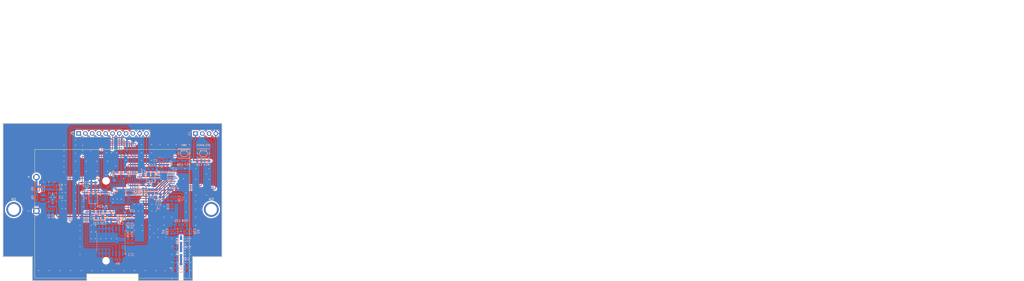
<source format=kicad_pcb>
(kicad_pcb (version 20240108) (generator "pcbnew") (generator_version "8.0")
  (layers (0 "F.Cu" signal) (31 "B.Cu" signal) (34 "B.Paste" user) (35 "F.Paste" user) (36 "B.SilkS" user "B.Silkscreen") (37 "F.SilkS" user "F.Silkscreen") (38 "B.Mask" user) (39 "F.Mask" user) (44 "Edge.Cuts" user))
  (net 0 "")
  (net 1 "GND")
  (net 2 "VBUS")
  (net 3 "Net-(U1-EN)")
  (net 4 "+3V3")
  (net 5 "Net-(U2-XTA)")
  (net 6 "Net-(U2-XTB)")
  (net 7 "Net-(U2-VREG)")
  (net 8 "Net-(U9-PA9)")
  (net 9 "Net-(U2-VR_PA)")
  (net 10 "Net-(U2-RFI_P)")
  (net 11 "Net-(U9-NRST)")
  (net 12 "/MCU/PD0")
  (net 13 "/MCU/PD1")
  (net 14 "/MCU/PC15")
  (net 15 "/MCU/PC14")
  (net 16 "Net-(C13-Pad1)")
  (net 17 "Net-(U2-RFI_N)")
  (net 18 "Net-(U3-RF2)")
  (net 19 "Net-(U9-PA11)")
  (net 20 "Net-(C17-Pad2)")
  (net 21 "Net-(C20-Pad2)")
  (net 22 "Net-(U3-RF1)")
  (net 23 "Net-(U3-VDD)")
  (net 24 "Net-(U3-CTRL)")
  (net 25 "Net-(U3-RFC)")
  (net 26 "Net-(C35-Pad2)")
  (net 27 "Net-(C37-Pad2)")
  (net 28 "/MCU/Sound_sensor")
  (net 29 "/MCU/EN_Sound_sensor")
  (net 30 "/MCU/I2C_SCL")
  (net 31 "/MCU/I2C_SDA")
  (net 32 "MOSI_NFC")
  (net 33 "INT_NFC")
  (net 34 "CS_NFC")
  (net 35 "SCK_NFC")
  (net 36 "MISO_NFC")
  (net 37 "/MCU/SWCLK")
  (net 38 "/MCU/SWDIO")
  (net 39 "Net-(U1-L1)")
  (net 40 "Net-(U1-L2)")
  (net 41 "/MCU/RST_RTC")
  (net 42 "/MCU/INT_RTC")
  (net 44 "Net-(U2-DCC_SW)")
  (net 45 "Net-(U2-RFO)")
  (net 46 "Net-(U9-BOOT0)")
  (net 47 "/SX1276/ANT SW")
  (net 48 "/MCU/SPI1_MOSI")
  (net 49 "/MCU/INT_LORA")
  (net 50 "/MCU/SPI1_SCK")
  (net 51 "/SX1276/DIO2")
  (net 52 "/MCU/BUSY_LORA")
  (net 53 "/SX1276/DIO3")
  (net 54 "/MCU/NRST_LORA")
  (net 55 "/MCU/CS_LORA")
  (net 56 "/MCU/SPI1_MISO")
  (net 63 "Net-(U9-PB2)")
  (net 68 "/MCU/ADC_Bat")
  (footprint "MountingHole:MountingHole_3.2mm_M3_DIN965_Pad" (layer "F.Cu") (at 171.945 104.4875)
    (property "Reference" "H2")
    (property "Value" "MountingHole")
  )
  (footprint "Connector_PinHeader_2.54mm:PinHeader_1x11_P2.54mm_Vertical" (layer "F.Cu") (at 122.245 75.9575 90)
    (property "Reference" "J5")
    (property "Value" "Conn_01x11_Pin")
  )
  (footprint "DienLIB:BAT_BC3AAPC" (layer "F.Cu") (at 132.765 107.7375 180)
    (property "Reference" "BT1" (hide yes))
    (property "Value" "Battery")
  )
  (footprint "MountingHole:MountingHole_3.2mm_M3_DIN965_Pad" (layer "F.Cu") (at 97.945 104.4875)
    (property "Reference" "H1")
    (property "Value" "MountingHole")
  )
  (footprint "SANG_LIB_FP:C_0603_1608Metric" (layer "B.Cu") (at 127.765 95.8975 180)
    (property "Reference" "C27")
    (property "Value" "100nF" (hide yes))
  )
  (footprint "SANG_LIB_FP:C_0603_1608Metric" (layer "B.Cu") (at 155.455 86.95 90)
    (property "Reference" "C8")
    (property "Value" "100nF" (hide yes))
  )
  (footprint "SANG_LIB_FP:C_0603_1608Metric" (layer "B.Cu") (at 113.24 95.4 180)
    (property "Reference" "C2")
    (property "Value" "100nF" (hide yes))
  )
  (footprint "SANG_LIB_FP:C_0603_1608Metric" (layer "B.Cu") (at 146.495 92.435 90)
    (property "Reference" "C5")
    (property "Value" "10pF" (hide yes))
  )
  (footprint "SANG_LIB_FP:R_0603_1608Metric" (layer "B.Cu") (at 146.485 95.7925 90)
    (property "Reference" "R7")
    (property "Value" "0R")
  )
  (footprint "DienLIB:SW_SPST_PTS810" (layer "B.Cu") (at 168.975 83.4 180)
    (property "Reference" "NFC_WAKE1")
    (property "Value" "SW_Tactile" (hide yes))
  )
  (footprint "SANG_LIB_FP:C_0603_1608Metric" (layer "B.Cu") (at 111.105 96.18 90)
    (property "Reference" "C1")
    (property "Value" "10uF" (hide yes))
  )
  (footprint "SANG_LIB_FP:L_0603_1608Metric" (layer "B.Cu") (at 154.875 101.145)
    (property "Reference" "L6")
    (property "Value" "2nH")
  )
  (footprint "SANG_LIB_FP:C_0603_1608Metric" (layer "B.Cu") (at 152.04 99.835 180)
    (property "Reference" "C13")
    (property "Value" "5.6pF" (hide yes))
  )
  (footprint "SANG_LIB_FP:C_0603_1608Metric" (layer "B.Cu") (at 111.1 104.22 -90)
    (property "Reference" "C4")
    (property "Value" "10uF" (hide yes))
  )
  (footprint "Package_QFP:LQFP-48_7x7mm_P0.5mm" (layer "B.Cu") (at 136.695 99.6025)
    (property "Reference" "U9")
    (property "Value" "STM32U031C8T6")
  )
  (footprint "SANG_LIB_FP:C_0603_1608Metric" (layer "B.Cu") (at 149.245 95.4975 180)
    (property "Reference" "C9")
    (property "Value" "10nF" (hide yes))
  )
  (footprint "SANG_LIB_FP:C_0603_1608Metric" (layer "B.Cu") (at 148.585 97.775 -90)
    (property "Reference" "C10")
    (property "Value" "100nF" (hide yes))
  )
  (footprint "SANG_LIB_FP:C_0603_1608Metric" (layer "B.Cu") (at 135.265 109.7525)
    (property "Reference" "C38")
    (property "Value" "100nF" (hide yes))
  )
  (footprint "DienLIB:Crystal_SMD_3215-2Pin_3.2x1.5mm" (layer "B.Cu") (at 130.075 107.4425 180)
    (property "Reference" "Y2")
    (property "Value" "32.768kHz")
  )
  (footprint "SANG_LIB_FP:R_0603_1608Metric" (layer "B.Cu") (at 106.445 99.9375 -90)
    (property "Reference" "R6")
    (property "Value" "20k")
  )
  (footprint "DienLIB:SW_SPST_PTS810" (layer "B.Cu") (at 161.7825 83.4 180)
    (property "Reference" "SW2")
    (property "Value" "SW_Tactile" (hide yes))
  )
  (footprint "SANG_LIB_FP:R_0603_1608Metric" (layer "B.Cu") (at 156.905 112.785 -90)
    (property "Reference" "R2")
    (property "Value" "100R")
  )
  (footprint "SANG_LIB_FP:C_0603_1608Metric" (layer "B.Cu") (at 155.115 98.4075)
    (property "Reference" "C15")
    (property "Value" "2.4pF" (hide yes))
  )
  (footprint "Package_SO:SOIC-16W_7.5x10.3mm_P1.27mm" (layer "B.Cu") (at 134.37 116.3425 90)
    (property "Reference" "IC1")
    (property "Value" "RTC_DS3231M")
  )
  (footprint "SANG_LIB_FP:R_0603_1608Metric" (layer "B.Cu") (at 170.23 86.235 180)
    (property "Reference" "R14")
    (property "Value" "10k")
  )
  (footprint "DienLIB:Conn_IPEX_ANT" (layer "B.Cu") (at 160.585 126.4755 90)
    (property "Reference" "U4")
    (property "Value" "Ipex" (hide yes))
  )
  (footprint "SANG_LIB_FP:C_0603_1608Metric" (layer "B.Cu") (at 160.615 116.3075 -90)
    (property "Reference" "C35")
    (property "Value" "39pF" (hide yes))
  )
  (footprint "SANG_LIB_FP:C_0603_1608Metric" (layer "B.Cu") (at 139.825 91.0975 90)
    (property "Reference" "C25")
    (property "Value" "1uF" (hide yes))
  )
  (footprint "SANG_LIB_FP:R_0603_1608Metric" (layer "B.Cu") (at 135.935 107.445 -90)
    (property "Reference" "R18")
    (property "Value" "10k")
  )
  (footprint "SANG_LIB_FP:L_0603_1608Metric" (layer "B.Cu") (at 160.615 120.8875 -90)
    (property "Reference" "L8")
    (property "Value" "0R")
  )
  (footprint "SANG_LIB_FP:C_0603_1608Metric" (layer "B.Cu") (at 154.875 99.825)
    (property "Reference" "C17")
    (property "Value" "3.3pF" (hide yes))
  )
  (footprint "SANG_LIB_FP:C_0603_1608Metric" (layer "B.Cu") (at 127.635 103.3425 180)
    (property "Reference" "C29")
    (property "Value" "12pF" (hide yes))
  )
  (footprint "SANG_LIB_FP:R_0603_1608Metric" (layer "B.Cu") (at 136.885 123.415)
    (property "Reference" "R4")
    (property "Value" "10k")
  )
  (footprint "SANG_LIB_FP:L_0806" (layer "B.Cu") (at 108.925 99.935)
    (property "Reference" "L1")
    (property "Value" "2.2uH/1.5A" (hide yes))
  )
  (footprint "SANG_LIB_FP:C_0603_1608Metric" (layer "B.Cu") (at 132.945 107.45 -90)
    (property "Reference" "C14")
    (property "Value" "4.7uF" (hide yes))
  )
  (footprint "SANG_LIB_FP:C_0603_1608Metric" (layer "B.Cu") (at 162.915 112.7595 90)
    (property "Reference" "C34")
    (property "Value" "10nF" (hide yes))
  )
  (footprint "SANG_LIB_FP:C_0603_1608Metric" (layer "B.Cu") (at 127.775 97.4475 180)
    (property "Reference" "C30")
    (property "Value" "12pF" (hide yes))
  )
  (footprint "SANG_LIB_FP:C_0603_1608Metric" (layer "B.Cu") (at 131.45 105.3175)
    (property "Reference" "C32")
    (property "Value" "9pF" (hide yes))
  )
  (footprint "SANG_LIB_FP:C_0603_1608Metric" (layer "B.Cu") (at 150.005 97.775 -90)
    (property "Reference" "C11")
    (property "Value" "47pF" (hide yes))
  )
  (footprint "SANG_LIB_FP:C_0603_1608Metric" (layer "B.Cu") (at 140.845 107.495 -90)
    (property "Reference" "C26")
    (property "Value" "100nF" (hide yes))
  )
  (footprint "SANG_LIB_FP:C_0603_1608Metric" (layer "B.Cu") (at 158.28234 112.75483 90)
    (property "Reference" "C33")
    (property "Value" "10nF" (hide yes))
  )
  (footprint "Connector_PinHeader_2.54mm:PinHeader_1x04_P2.54mm_Vertical" (layer "B.Cu") (at 166.025 75.9975 -90)
    (property "Reference" "J4")
    (property "Value" "Header-2.54")
  )
  (footprint "SANG_LIB_FP:C_0603_1608Metric" (layer "B.Cu") (at 167.45 86.235)
    (property "Reference" "C16")
    (property "Value" "100nF" (hide yes))
  )
  (footprint "SANG_LIB_FP:C_0603_1608Metric" (layer "B.Cu") (at 157.205 100.4875 90)
    (property "Reference" "C20")
    (property "Value" "39nF" (hide yes))
  )
  (footprint "SANG_LIB_FP:C_0603_1608Metric" (layer "B.Cu") (at 128.7 105.3175)
    (property "Reference" "C31")
    (property "Value" "9pF" (hide yes))
  )
  (footprint "SANG_LIB_FP:C_0603_1608Metric" (layer "B.Cu") (at 149.235 89.335)
    (property "Reference" "C6")
    (property "Value" "10pF" (hide yes))
  )
  (footprint "SANG_LIB_FP:C_0603_1608Metric" (layer "B.Cu") (at 112.63 104.22 -90)
    (property "Reference" "C3")
    (property "Value" "10uF" (hide yes))
  )
  (footprint "DienLIB:Crystal_SMD_3225-4Pin_3.2x2.5mm" (layer "B.Cu") (at 127.705 100.3625 90)
    (property "Reference" "Y1")
    (property "Value" "8Mhz")
  )
  (footprint "SANG_LIB_FP:R_0603_1608Metric" (layer "B.Cu") (at 142.295 116.355 90)
    (property "Reference" "R21")
    (property "Value" "4k7")
  )
  (footprint "SANG_LIB_FP:C_0603_1608Metric" (layer "B.Cu") (at 134.455 107.45 90)
    (property "Reference" "C22")
    (property "Value" "100nF" (hide yes))
  )
  (footprint "Package_DFN_QFN:QFN-24-1EP_4x4mm_P0.5mm_EP2.6x2.6mm" (layer "B.Cu") (at 154.105 92.185)
    (property "Reference" "U2")
    (property "Value" "SX1262IMLTRT")
  )
  (footprint "SANG_LIB_FP:C_0603_1608Metric" (layer "B.Cu") (at 159.85234 118.60483)
    (property "Reference" "C36")
    (property "Value" "D.N.P" (hide yes))
  )
  (footprint "SANG_LIB_FP:R_0603_1608Metric" (layer "B.Cu") (at 113.24 96.95)
    (property "Reference" "R1")
    (property "Value" "100R")
  )
  (footprint "SANG_LIB_FP:L_0603_1608Metric" (layer "B.Cu") (at 151.385 97.785 -90)
    (property "Reference" "L5")
    (property "Value" "47nH")
  )
  (footprint "SANG_LIB_FP:L_0603_1608Metric" (layer "B.Cu") (at 152.8105 97.7865 -90)
    (property "Reference" "L3")
    (property "Value" "2nH")
  )
  (footprint "DienLIB:Crystal_SMD_3225-4Pin_3.2x2.5mm" (layer "B.Cu") (at 149.245 92.4325 -90)
    (property "Reference" "Y3")
    (property "Value" "32Mhz")
  )
  (footprint "SANG_LIB_FP:C_0603_1608Metric" (layer "B.Cu") (at 159.853 123.1235)
    (property "Reference" "C37")
    (property "Value" "D.N.P" (hide yes))
  )
  (footprint "SANG_LIB_FP:L_0603_1608Metric" (layer "B.Cu") (at 155.125 97.1175 180)
    (property "Reference" "L4")
    (property "Value" "15nH")
  )
  (footprint "Package_SON:Texas_DRC0010J_ThermalVias" (layer "B.Cu") (at 112.505 99.93)
    (property "Reference" "U1")
    (property "Value" "TPS63001 (fixed 3v3)")
  )
  (footprint "SANG_LIB_FP:C_0603_1608Metric" (layer "B.Cu") (at 159.19 110.1875 180)
    (property "Reference" "C21")
    (property "Value" "2.2pF" (hide yes))
  )
  (footprint "SANG_LIB_FP:C_0603_1608Metric" (layer "B.Cu") (at 127.765 94.3985 180)
    (property "Reference" "C24")
    (property "Value" "10nF" (hide yes))
  )
  (footprint "SANG_LIB_FP:C_0603_1608Metric" (layer "B.Cu") (at 153.355 86.14)
    (property "Reference" "C7")
    (property "Value" "470nF" (hide yes))
  )
  (footprint "SANG_LIB_FP:C_0603_1608Metric" (layer "B.Cu") (at 160.26 86.295)
    (property "Reference" "C28")
    (property "Value" "100nF" (hide yes))
  )
  (footprint "SANG_LIB_FP:R_0603_1608Metric" (layer "B.Cu") (at 136.695 91.0475 -90)
    (property "Reference" "R19")
    (property "Value" "10k")
  )
  (footprint "SANG_LIB_FP:C_0603_1608Metric" (layer "B.Cu") (at 162.05 110.1875 180)
    (property "Reference" "C18")
    (property "Value" "D.N.P" (hide yes))
  )
  (footprint "SANG_LIB_FP:C_0603_1608Metric" (layer "B.Cu") (at 158.0675 97.1175 180)
    (property "Reference" "C12")
    (property "Value" "1.8pF" (hide yes))
  )
  (footprint "SANG_LIB_FP:C_0603_1608Metric" (layer "B.Cu") (at 157.205 103.3975 -90)
    (property "Reference" "C19")
    (property "Value" "5.6pF" (hide yes))
  )
  (footprint "SANG_LIB_FP:R_0603_1608Metric" (layer "B.Cu") (at 140.765 116.345 90)
    (property "Reference" "R20")
    (property "Value" "4k7")
  )
  (footprint "SANG_LIB_FP:L_0603_1608Metric" (layer "B.Cu") (at 153.355 87.73)
    (property "Reference" "L2")
    (property "Value" "15uH")
  )
  (footprint "SANG_LIB_FP:R_0603_1608Metric" (layer "B.Cu") (at 164.195 112.775 -90)
    (property "Reference" "R3")
    (property "Value" "100R")
  )
  (footprint "SANG_LIB_FP:C_0603_1608Metric" (layer "B.Cu") (at 142.275 107.5075 -90)
    (property "Reference" "C23")
    (property "Value" "100nF" (hide yes))
  )
  (footprint "SANG_LIB_FP:L_0603_1608Metric" (layer "B.Cu") (at 158.665 100.4875 -90)
    (property "Reference" "L7")
    (property "Value" "4.7nH")
  )
  (footprint "Package_TO_SOT_SMD:SOT-363_SC-70-6" (layer "B.Cu") (at 160.615 112.7595 -90)
    (property "Reference" "U3")
    (property "Value" "PE4259")
  )
  (footprint "SANG_LIB_FP:R_0603_1608Metric" (layer "B.Cu") (at 163.04 86.285 180)
    (property "Reference" "R17")
    (property "Value" "10k")
  )
  (footprint "SANG_LIB_FP:R_0603_1608Metric" (layer "B.Cu") (at 106.445 96.755 -90)
    (property "Reference" "R5")
    (property "Value" "10k")
  )
  (gr_poly (pts (xy 151.3425 92.98) (xy 149.7625 92.98) (xy 149.5825 93.16) (xy 149.5825 94.195) (xy 149.245 94.5325) (xy 151.15 94.5325) (xy 151.3425 94.34)) (stroke (width 0.2)) (fill solid) (layer "B.Cu") (net 1))
  (gr_line (start 175.945 72.1875) (end 175.945 122.1875) (stroke (width 0.25)) (layer "Edge.Cuts"))
  (gr_line (start 125.295 128.6875) (end 144.595 128.6875) (stroke (width 0.25)) (layer "Edge.Cuts"))
  (gr_line (start 93.945 72.1875) (end 175.945 72.1875) (stroke (width 0.25)) (layer "Edge.Cuts"))
  (gr_line (start 164.945 131.1875) (end 144.595 131.1875) (stroke (width 0.25)) (layer "Edge.Cuts"))
  (gr_line (start 125.295 131.1875) (end 125.295 128.6875) (stroke (width 0.25)) (layer "Edge.Cuts"))
  (gr_line (start 144.595 128.6875) (end 144.595 131.1875) (stroke (width 0.25)) (layer "Edge.Cuts"))
  (gr_line (start 125.295 131.1875) (end 104.945 131.1875) (stroke (width 0.25)) (layer "Edge.Cuts"))
  (gr_line (start 93.945 122.1875) (end 104.945 122.1875) (stroke (width 0.25)) (layer "Edge.Cuts"))
  (gr_line (start 164.945 131.1875) (end 164.945 122.1875) (stroke (width 0.25)) (layer "Edge.Cuts"))
  (gr_line (start 104.945 122.1875) (end 104.945 131.1875) (stroke (width 0.25)) (layer "Edge.Cuts"))
  (gr_line (start 93.945 122.1875) (end 93.945 72.1875) (stroke (width 0.25)) (layer "Edge.Cuts"))
  (gr_line (start 164.945 122.1875) (end 175.945 122.1875) (stroke (width 0.25)) (layer "Edge.Cuts"))
  (via (at 121.105 83.3985) (size 0.5) (drill 0.3) (layers "F.Cu" "B.Cu") (net 1))
  (via (at 154.205 110.3975) (size 0.5) (drill 0.3) (layers "F.Cu" "B.Cu") (net 1))
  (via (at 140.205 110.3975) (size 0.5) (drill 0.3) (layers "F.Cu" "B.Cu") (net 1))
  (via (at 170.105 99.18) (size 0.5) (drill 0.3) (layers "F.Cu" "B.Cu") (net 1))
  (via (at 134.515 83.2685) (size 0.5) (drill 0.3) (layers "F.Cu" "B.Cu") (net 1))
  (via (at 162.205 121.4755) (size 0.5) (drill 0.3) (layers "F.Cu" "B.Cu") (net 1))
  (via (at 145.786006 89.264393) (size 0.5) (drill 0.3) (layers "F.Cu" "B.Cu") (net 1))
  (via (at 164.205 115.3975) (size 0.5) (drill 0.3) (layers "F.Cu" "B.Cu") (net 1))
  (via (at 162.205 123.3975) (size 0.5) (drill 0.3) (layers "F.Cu" "B.Cu") (net 1))
  (via (at 164.205 118.3975) (size 0.5) (drill 0.3) (layers "F.Cu" "B.Cu") (net 1))
  (via (at 149.695 105.1025) (size 0.5) (drill 0.3) (layers "F.Cu" "B.Cu") (net 1))
  (via (at 149.695 102.6025) (size 0.5) (drill 0.3) (layers "F.Cu" "B.Cu") (net 1))
  (via (at 135.195 100.6025) (size 0.5) (drill 0.3) (layers "F.Cu" "B.Cu") (net 1))
  (via (at 122.765 112.3985) (size 0.5) (drill 0.3) (layers "F.Cu" "B.Cu") (net 1))
  (via (at 140.205 112.3975) (size 0.5) (drill 0.3) (layers "F.Cu" "B.Cu") (net 1))
  (via (at 159.205 120.3975) (size 0.5) (drill 0.3) (layers "F.Cu" "B.Cu") (net 1))
  (via (at 166.105 99.18) (size 0.5) (drill 0.3) (layers "F.Cu" "B.Cu") (net 1))
  (via (at 128.5419 102.476779) (size 0.5) (drill 0.3) (layers "F.Cu" "B.Cu") (net 1))
  (via (at 121.105 104.18) (size 0.5) (drill 0.3) (layers "F.Cu" "B.Cu") (net 1))
  (via (at 131.495 103.435) (size 0.5) (drill 0.3) (layers "F.Cu" "B.Cu") (net 1))
  (via (at 163.765 80.1285) (size 0.5) (drill 0.3) (layers "F.Cu" "B.Cu") (net 1))
  (via (at 143.195 105.1025) (size 0.5) (drill 0.3) (layers "F.Cu" "B.Cu") (net 1))
  (via (at 139.675709 88.606361) (size 0.5) (drill 0.3) (layers "F.Cu" "B.Cu") (net 1))
  (via (at 143.205 112.3975) (size 0.5) (drill 0.3) (layers "F.Cu" "B.Cu") (net 1))
  (via (at 162.205 122.4755) (size 0.5) (drill 0.3) (layers "F.Cu" "B.Cu") (net 1))
  (via (at 145.995 110.435) (size 0.5) (drill 0.3) (layers "F.Cu" "B.Cu") (net 1))
  (via (at 152.765 80.1285) (size 0.5) (drill 0.3) (layers "F.Cu" "B.Cu") (net 1))
  (via (at 146.205 112.3975) (size 0.5) (drill 0.3) (layers "F.Cu" "B.Cu") (net 1))
  (via (at 139.542174 105.604683) (size 0.5) (drill 0.3) (layers "F.Cu" "B.Cu") (net 1))
  (via (at 135.7125 93.51) (size 0.5) (drill 0.3) (layers "F.Cu" "B.Cu") (net 1))
  (via (at 139.205 127.3975) (size 0.5) (drill 0.3) (layers "F.Cu" "B.Cu") (net 1))
  (via (at 117.335 95.1675) (size 0.5) (drill 0.3) (layers "F.Cu" "B.Cu") (net 1))
  (via (at 143.205 127.3975) (size 0.5) (drill 0.3) (layers "F.Cu" "B.Cu") (net 1))
  (via (at 126.995 110.435) (size 0.5) (drill 0.3) (layers "F.Cu" "B.Cu") (net 1))
  (via (at 159.205 124.3975) (size 0.5) (drill 0.3) (layers "F.Cu" "B.Cu") (net 1))
  (via (at 128.495 115.435) (size 0.5) (drill 0.3) (layers "F.Cu" "B.Cu") (net 1))
  (via (at 149.605 80.1285) (size 0.5) (drill 0.3) (layers "F.Cu" "B.Cu") (net 1))
  (via (at 162.447403 98.155967) (size 0.5) (drill 0.3) (layers "F.Cu" "B.Cu") (net 1))
  (via (at 148.995 110.435) (size 0.5) (drill 0.3) (layers "F.Cu" "B.Cu") (net 1))
  (via (at 132.765055 83.259857) (size 0.5) (drill 0.3) (layers "F.Cu" "B.Cu") (net 1))
  (via (at 113.105 94.18) (size 0.5) (drill 0.3) (layers "F.Cu" "B.Cu") (net 1))
  (via (at 123.765 82.3985) (size 0.5) (drill 0.3) (layers "F.Cu" "B.Cu") (net 1))
  (via (at 170.133219 82.422858) (size 0.5) (drill 0.3) (layers "F.Cu" "B.Cu") (net 1))
  (via (at 121.105 95.18) (size 0.5) (drill 0.3) (layers "F.Cu" "B.Cu") (net 1))
  (via (at 132.367016 91.438147) (size 0.5) (drill 0.3) (layers "F.Cu" "B.Cu") (net 1))
  (via (at 150.495 113.435) (size 0.5) (drill 0.3) (layers "F.Cu" "B.Cu") (net 1))
  (via (at 162.205 119.4755) (size 0.5) (drill 0.3) (layers "F.Cu" "B.Cu") (net 1))
  (via (at 162.447403 105.3985) (size 0.5) (drill 0.3) (layers "F.Cu" "B.Cu") (net 1))
  (via (at 126.995 115.435) (size 0.5) (drill 0.3) (layers "F.Cu" "B.Cu") (net 1))
  (via (at 161.765 80.1285) (size 0.5) (drill 0.3) (layers "F.Cu" "B.Cu") (net 1))
  (via (at 128.402634 104.189752) (size 0.5) (drill 0.3) (layers "F.Cu" "B.Cu") (net 1))
  (via (at 159.205 116.3975) (size 0.5) (drill 0.3) (layers "F.Cu" "B.Cu") (net 1))
  (via (at 129.105 86.3985) (size 0.5) (drill 0.3) (layers "F.Cu" "B.Cu") (net 1))
  (via (at 146.195 105.1025) (size 0.5) (drill 0.3) (layers "F.Cu" "B.Cu") (net 1))
  (via (at 119.205 127.3975) (size 0.5) (drill 0.3) (layers "F.Cu" "B.Cu") (net 1))
  (via (at 132.001568 103.951831) (size 0.5) (drill 0.3) (layers "F.Cu" "B.Cu") (net 1))
  (via (at 155.765 80.1285) (size 0.5) (drill 0.3) (layers "F.Cu" "B.Cu") (net 1))
  (via (at 162.205 115.4755) (size 0.5) (drill 0.3) (layers "F.Cu" "B.Cu") (net 1))
  (via (at 164.205 124.3975) (size 0.5) (drill 0.3) (layers "F.Cu" "B.Cu") (net 1))
  (via (at 121.105 90.18) (size 0.5) (drill 0.3) (layers "F.Cu" "B.Cu") (net 1))
  (via (at 122.765 121.3985) (size 0.5) (drill 0.3) (layers "F.Cu" "B.Cu") (net 1))
  (via (at 151.995 111.935) (size 0.5) (drill 0.3) (layers "F.Cu" "B.Cu") (net 1))
  (via (at 121.105 78.3985) (size 0.5) (drill 0.3) (layers "F.Cu" "B.Cu") (net 1))
  (via (at 151.995 114.935) (size 0.5) (drill 0.3) (layers "F.Cu" "B.Cu") (net 1))
  (via (at 166.105 89.18) (size 0.5) (drill 0.3) (layers "F.Cu" "B.Cu") (net 1))
  (via (at 116.765 90.3985) (size 0.5) (drill 0.3) (layers "F.Cu" "B.Cu") (net 1))
  (via (at 133.105 86.3985) (size 0.5) (drill 0.3) (layers "F.Cu" "B.Cu") (net 1))
  (via (at 123.765 80.3985) (size 0.5) (drill 0.3) (layers "F.Cu" "B.Cu") (net 1))
  (via (at 147.205 127.3975) (size 0.5) (drill 0.3) (layers "F.Cu" "B.Cu") (net 1))
  (via (at 136.425 83.2685) (size 0.5) (drill 0.3) (layers "F.Cu" "B.Cu") (net 1))
  (via (at 151.514645 89.640411) (size 0.5) (drill 0.3) (layers "F.Cu" "B.Cu") (net 1))
  (via (at 170.105 91.18) (size 0.5) (drill 0.3) (layers "F.Cu" "B.Cu") (net 1))
  (via (at 160.7825 82.4) (size 0.5) (drill 0.3) (layers "F.Cu" "B.Cu") (net 1))
  (via (at 123.205 127.3975) (size 0.5) (drill 0.3) (layers "F.Cu" "B.Cu") (net 1))
  (via (at 111.105 94.18) (size 0.5) (drill 0.3) (layers "F.Cu" "B.Cu") (net 1))
  (via (at 128.495 110.435) (size 0.5) (drill 0.3) (layers "F.Cu" "B.Cu") (net 1))
  (via (at 117.335 101.1675) (size 0.5) (drill 0.3) (layers "F.Cu" "B.Cu") (net 1))
  (via (at 145.775 86.0785) (size 0.5) (drill 0.3) (layers "F.Cu" "B.Cu") (net 1))
  (via (at 162.447403 108.3985) (size 0.5) (drill 0.3) (layers "F.Cu" "B.Cu") (net 1))
  (via (at 153.074683 93.229266) (size 0.5) (drill 0.3) (layers "F.Cu" "B.Cu") (net 1))
  (via (at 148.995 114.935) (size 0.5) (drill 0.3) (layers "F.Cu" "B.Cu") (net 1))
  (via (at 162.447403 101.3985) (size 0.5) (drill 0.3) (layers "F.Cu" "B.Cu") (net 1))
  (via (at 130.366285 99.162248) (size 0.5) (drill 0.3) (layers "F.Cu" "B.Cu") (net 1))
  (via (at 167.7825 82.4) (size 0.5) (drill 0.3) (layers "F.Cu" "B.Cu") (net 1))
  (via (at 122.765 115.3985) (size 0.5) (drill 0.3) (layers "F.Cu" "B.Cu") (net 1))
  (via (at 116.765 88.3985) (size 0.5) (drill 0.3) (layers "F.Cu" "B.Cu") (net 1))
  (via (at 157.205 124.3975) (size 0.5) (drill 0.3) (layers "F.Cu" "B.Cu") (net 1))
  (via (at 135.205 127.3975) (size 0.5) (drill 0.3) (layers "F.Cu" "B.Cu") (net 1))
  (via (at 122.765 118.3985) (size 0.5) (drill 0.3) (layers "F.Cu" "B.Cu") (net 1))
  (via (at 116.765 86.3985) (size 0.5) (drill 0.3) (layers "F.Cu" "B.Cu") (net 1))
  (via (at 166.105 101.3985) (size 0.5) (drill 0.3) (layers "F.Cu" "B.Cu") (net 1))
  (via (at 134.995 101.935) (size 0.5) (drill 0.3) (layers "F.Cu" "B.Cu") (net 1))
  (via (at 123.995 99.435) (size 0.5) (drill 0.3) (layers "F.Cu" "B.Cu") (net 1))
  (via (at 145.775 83.2585) (size 0.5) (drill 0.3) (layers "F.Cu" "B.Cu") (net 1))
  (via (at 116.105 98.18) (size 0.5) (drill 0.3) (layers "F.Cu" "B.Cu") (net 1))
  (via (at 159.205 117.3975) (size 0.5) (drill 0.3) (layers "F.Cu" "B.Cu") (net 1))
  (via (at 151.195 105.1025) (size 0.5) (drill 0.3) (layers "F.Cu" "B.Cu") (net 1))
  (via (at 148.995 111.935) (size 0.5) (drill 0.3) (layers "F.Cu" "B.Cu") (net 1))
  (via (at 153.354976 88.733596) (size 0.5) (drill 0.3) (layers "F.Cu" "B.Cu") (net 1))
  (via (at 159.205 115.3975) (size 0.5) (drill 0.3) (layers "F.Cu" "B.Cu") (net 1))
  (via (at 116.105 104.18) (size 0.5) (drill 0.3) (layers "F.Cu" "B.Cu") (net 1))
  (via (at 109.105 94.18) (size 0.5) (drill 0.3) (layers "F.Cu" "B.Cu") (net 1))
  (via (at 136.495 115.435) (size 0.5) (drill 0.3) (layers "F.Cu" "B.Cu") (net 1))
  (via (at 144.695 105.1025) (size 0.5) (drill 0.3) (layers "F.Cu" "B.Cu") (net 1))
  (via (at 154.205 103.3975) (size 0.5) (drill 0.3) (layers "F.Cu" "B.Cu") (net 1))
  (via (at 115.205 127.3975) (size 0.5) (drill 0.3) (layers "F.Cu" "B.Cu") (net 1))
  (via (at 117.335 98.1675) (size 0.5) (drill 0.3) (layers "F.Cu" "B.Cu") (net 1))
  (via (at 116.105 95.18) (size 0.5) (drill 0.3) (layers "F.Cu" "B.Cu") (net 1))
  (via (at 157.201922 89.029382) (size 0.5) (drill 0.3) (layers "F.Cu" "B.Cu") (net 1))
  (via (at 116.105 101.18) (size 0.5) (drill 0.3) (layers "F.Cu" "B.Cu") (net 1))
  (via (at 162.205 120.4755) (size 0.5) (drill 0.3) (layers "F.Cu" "B.Cu") (net 1))
  (via (at 123.995 103.435) (size 0.5) (drill 0.3) (layers "F.Cu" "B.Cu") (net 1))
  (via (at 116.765 80.3985) (size 0.5) (drill 0.3) (layers "F.Cu" "B.Cu") (net 1))
  (via (at 151.205 127.3975) (size 0.5) (drill 0.3) (layers "F.Cu" "B.Cu") (net 1))
  (via (at 162.205 124.3975) (size 0.5) (drill 0.3) (layers "F.Cu" "B.Cu") (net 1))
  (via (at 157.205 127.3975) (size 0.5) (drill 0.3) (layers "F.Cu" "B.Cu") (net 1))
  (via (at 158.765 80.1285) (size 0.5) (drill 0.3) (layers "F.Cu" "B.Cu") (net 1))
  (via (at 154.995 114.935) (size 0.5) (drill 0.3) (layers "F.Cu" "B.Cu") (net 1))
  (via (at 136.105 88.18) (size 0.5) (drill 0.3) (layers "F.Cu" "B.Cu") (net 1))
  (via (at 159.205 121.3975) (size 0.5) (drill 0.3) (layers "F.Cu" "B.Cu") (net 1))
  (via (at 143.195 102.6025) (size 0.5) (drill 0.3) (layers "F.Cu" "B.Cu") (net 1))
  (via (at 142.995 110.435) (size 0.5) (drill 0.3) (layers "F.Cu" "B.Cu") (net 1))
  (via (at 154.205 107.3975) (size 0.5) (drill 0.3) (layers "F.Cu" "B.Cu") (net 1))
  (via (at 126.995 112.935) (size 0.5) (drill 0.3) (layers "F.Cu" "B.Cu") (net 1))
  (via (at 153.495 113.435) (size 0.5) (drill 0.3) (layers "F.Cu" "B.Cu") (net 1))
  (via (at 149.605 86.0785) (size 0.5) (drill 0.3) (layers "F.Cu" "B.Cu") (net 1))
  (via (at 157.205 121.3975) (size 0.5) (drill 0.3) (layers "F.Cu" "B.Cu") (net 1))
  (via (at 166.105 113.3985) (size 0.5) (drill 0.3) (layers "F.Cu" "B.Cu") (net 1))
  (via (at 162.205 116.4755) (size 0.5) (drill 0.3) (layers "F.Cu" "B.Cu") (net 1))
  (via (at 130.495 115.435) (size 0.5) (drill 0.3) (layers "F.Cu" "B.Cu") (net 1))
  (via (at 127.205 127.3975) (size 0.5) (drill 0.3) (layers "F.Cu" "B.Cu") (net 1))
  (via (at 146.195 102.6025) (size 0.5) (drill 0.3) (layers "F.Cu" "B.Cu") (net 1))
  (via (at 121.105 80.3985) (size 0.5) (drill 0.3) (layers "F.Cu" "B.Cu") (net 1))
  (via (at 126.765 82.3985) (size 0.5) (drill 0.3) (layers "F.Cu" "B.Cu") (net 1))
  (via (at 111.205 127.3975) (size 0.5) (drill 0.3) (layers "F.Cu" "B.Cu") (net 1))
  (via (at 160.615 112.7595) (size 0.5) (drill 0.3) (layers "F.Cu" "B.Cu") (net 1))
  (via (at 166.105 104.3985) (size 0.5) (drill 0.3) (layers "F.Cu" "B.Cu") (net 1))
  (via (at 164.205 127.3975) (size 0.5) (drill 0.3) (layers "F.Cu" "B.Cu") (net 1))
  (via (at 145.765 80.1285) (size 0.5) (drill 0.3) (layers "F.Cu" "B.Cu") (net 1))
  (via (at 116.765 84.3985) (size 0.5) (drill 0.3) (layers "F.Cu" "B.Cu") (net 1))
  (via (at 116.765 82.3985) (size 0.5) (drill 0.3) (layers "F.Cu" "B.Cu") (net 1))
  (via (at 121.105 101.18) (size 0.5) (drill 0.3) (layers "F.Cu" "B.Cu") (net 1))
  (via (at 162.105 89.18) (size 0.5) (drill 0.3) (layers "F.Cu" "B.Cu") (net 1))
  (via (at 121.105 98.18) (size 0.5) (drill 0.3) (layers "F.Cu" "B.Cu") (net 1))
  (via (at 125.105 90.18) (size 0.5) (drill 0.3) (layers "F.Cu" "B.Cu") (net 1))
  (via (at 138.195 100.6025) (size 0.5) (drill 0.3) (layers "F.Cu" "B.Cu") (net 1))
  (via (at 121.105 86.3985) (size 0.5) (drill 0.3) (layers "F.Cu" "B.Cu") (net 1))
  (via (at 164.205 121.3975) (size 0.5) (drill 0.3) (layers "F.Cu" "B.Cu") (net 1))
  (via (at 139.0925 92.83) (size 0.5) (drill 0.3) (layers "F.Cu" "B.Cu") (net 1))
  (via (at 164.205 130.3975) (size 0.5) (drill 0.3) (layers "F.Cu" "B.Cu") (net 1))
  (via (at 144.695 102.6025) (size 0.5) (drill 0.3) (layers "F.Cu" "B.Cu") (net 1))
  (via (at 149.605 83.2585) (size 0.5) (drill 0.3) (layers "F.Cu" "B.Cu") (net 1))
  (via (at 117.335 104.1675) (size 0.5) (drill 0.3) (layers "F.Cu" "B.Cu") (net 1))
  (via (at 128.495 112.935) (size 0.5) (drill 0.3) (layers "F.Cu" "B.Cu") (net 1))
  (via (at 132.495 103.435) (size 0.5) (drill 0.3) (layers "F.Cu" "B.Cu") (net 1))
  (via (at 107.205 127.3975) (size 0.5) (drill 0.3) (layers "F.Cu" "B.Cu") (net 1))
  (via (at 157.205 107.3975) (size 0.5) (drill 0.3) (layers "F.Cu" "B.Cu") (net 1))
  (via (at 154.585 127.4755) (size 0.5) (drill 0.3) (layers "F.Cu" "B.Cu") (net 1))
  (via (at 166.105 110.3985) (size 0.5) (drill 0.3) (layers "F.Cu" "B.Cu") (net 1))
  (via (at 162.7825 82.4) (size 0.5) (drill 0.3) (layers "F.Cu" "B.Cu") (net 1))
  (via (at 134.495 115.435) (size 0.5) (drill 0.3) (layers "F.Cu" "B.Cu") (net 1))
  (via (at 139.975 86.0785) (size 0.5) (drill 0.3) (layers "F.Cu" "B.Cu") (net 1))
  (via (at 136.695 100.6025) (size 0.5) (drill 0.3) (layers "F.Cu" "B.Cu") (net 1))
  (via (at 132.995 103.951831) (size 0.5) (drill 0.3) (layers "F.Cu" "B.Cu") (net 1))
  (via (at 132.495 115.435) (size 0.5) (drill 0.3) (layers "F.Cu" "B.Cu") (net 1))
  (via (at 162.205 118.4755) (size 0.5) (drill 0.3) (layers "F.Cu" "B.Cu") (net 1))
  (via (at 166.105 107.3985) (size 0.5) (drill 0.3) (layers "F.Cu" "B.Cu") (net 1))
  (via (at 157.205 118.3975) (size 0.5) (drill 0.3) (layers "F.Cu" "B.Cu") (net 1))
  (via (at 131.205 127.3975) (size 0.5) (drill 0.3) (layers "F.Cu" "B.Cu") (net 1))
  (via (at 129.105 90.18) (size 0.5) (drill 0.3) (layers "F.Cu" "B.Cu") (net 1))
  (via (at 171.105 93.18) (size 0.5) (drill 0.3) (layers "F.Cu" "B.Cu") (net 1))
  (via (at 123.995 101.435) (size 0.5) (drill 0.3) (layers "F.Cu" "B.Cu") (net 1))
  (via (at 161.520492 92.977574) (size 0.5) (drill 0.3) (layers "F.Cu" "B.Cu") (net 1))
  (via (at 171.105 89.18) (size 0.5) (drill 0.3) (layers "F.Cu" "B.Cu") (net 1))
  (via (at 157.205 115.3975) (size 0.5) (drill 0.3) (layers "F.Cu" "B.Cu") (net 1))
  (via (at 162.205 117.4755) (size 0.5) (drill 0.3) (layers "F.Cu" "B.Cu") (net 1))
  (via (at 112.495 102.1325) (size 0.5) (drill 0.3) (layers "F.Cu" "B.Cu") (net 1))
  (via (at 125.105 86.3985) (size 0.5) (drill 0.3) (layers "F.Cu" "B.Cu") (net 1))
  (via (at 151.065 93.515) (size 0.5) (drill 0.3) (layers "F.Cu" "B.Cu") (net 1))
  (via (at 133.105 90.18) (size 0.5) (drill 0.3) (layers "F.Cu" "B.Cu") (net 1))
  (via (at 122.765 110.3985) (size 0.5) (drill 0.3) (layers "F.Cu" "B.Cu") (net 1))
  (via (at 157.205 130.3975) (size 0.5) (drill 0.3) (layers "F.Cu" "B.Cu") (net 1))
  (via (at 166.105 93.18) (size 0.5) (drill 0.3) (layers "F.Cu" "B.Cu") (net 1))
  (segment (start 148.0625 94.6) (end 148.2525 94.6) (width 0.3) (layer "B.Cu") (net 1))
  (segment (start 153.355 90.2475) (end 153.355 88.73362) (width 0.254) (layer "B.Cu") (net 1))
  (segment (start 113.905 100.43) (end 113.005 100.43) (width 0.25) (layer "B.Cu") (net 1))
  (segment (start 147.1425 94.2175) (end 145.8625 94.2175) (width 0.3) (layer "B.Cu") (net 1))
  (segment (start 135.0545 101.8755) (end 134.995 101.935) (width 0.254) (layer "B.Cu") (net 1))
  (segment (start 148.5425 94.67) (end 149.0575 94.67) (width 0.3) (layer "B.Cu") (net 1))
  (segment (start 151.0475 93.5325) (end 151.065 93.515) (width 0.25) (layer "B.Cu") (net 1))
  (segment (start 153.355 86.951) (end 154.13 86.176) (width 0.254) (layer "B.Cu") (net 1))
  (segment (start 153.355 90.2475) (end 153.355 91.435) (width 0.254) (layer "B.Cu") (net 1))
  (segment (start 143.195 102.6025) (end 142.995 102.435) (width 0.254) (layer "B.Cu") (net 1))
  (segment (start 153.538903 93.108568) (end 153.355 92.935) (width 0.25) (layer "B.Cu") (net 1))
  (segment (start 134.445 103.765) (end 134.445 102.485) (width 0.3) (layer "B.Cu") (net 1))
  (segment (start 154.13 86.176) (end 154.13 86.14) (width 0.254) (layer "B.Cu") (net 1))
  (segment (start 128.402634 101.614866) (end 128.555 101.4625) (width 0.4) (layer "B.Cu") (net 1))
  (segment (start 153.355 92.935) (end 154.105 92.185) (width 0.25) (layer "B.Cu") (net 1))
  (segment (start 113.005 100.43) (end 112.505 99.93) (width 0.25) (layer "B.Cu") (net 1))
  (segment (start 148.0625 94.6) (end 149.1275 94.6) (width 0.3) (layer "B.Cu") (net 1))
  (segment (start 152.1675 92.935) (end 153.355 92.935) (width 0.25) (layer "B.Cu") (net 1))
  (segment (start 152.1675 92.935) (end 150.6925 92.935) (width 0.25) (layer "B.Cu") (net 1))
  (segment (start 128.402634 104.189752) (end 128.402634 101.614866) (width 0.4) (layer "B.Cu") (net 1))
  (segment (start 145.8625 94.2175) (end 145.615 93.97) (width 0.3) (layer "B.Cu") (net 1))
  (segment (start 154.855 92.935) (end 154.105 92.185) (width 0.3) (layer "B.Cu") (net 1))
  (segment (start 148.47 94.7425) (end 148.5425 94.67) (width 0.3) (layer "B.Cu") (net 1))
  (segment (start 138.945 97.9975) (end 138.8925 98.05) (width 0.3) (layer "B.Cu") (net 1))
  (segment (start 160.615 111.8095) (end 160.615 112.7595) (width 0.4) (layer "B.Cu") (net 1))
  (segment (start 148.47 95.4975) (end 148.47 94.8175) (width 0.3) (layer "B.Cu") (net 1))
  (segment (start 153.355 88.733572) (end 153.355 86.951) (width 0.254) (layer "B.Cu") (net 1))
  (segment (start 153.074683 93.229266) (end 153.538903 93.108568) (width 0.25) (layer "B.Cu") (net 1))
  (segment (start 153.178573 93.134403) (end 153.074683 93.229266) (width 0.25) (layer "B.Cu") (net 1))
  (segment (start 149.1275 94.6) (end 150.095 93.6325) (width 0.3) (layer "B.Cu") (net 1))
  (segment (start 138.945 92.9775) (end 139.0925 92.83) (width 0.3) (layer "B.Cu") (net 1))
  (segment (start 142.4355 101.8755) (end 135.0545 101.8755) (width 0.254) (layer "B.Cu") (net 1))
  (segment (start 111.105 99.93) (end 112.505 99.93) (width 0.25) (layer "B.Cu") (net 1))
  (segment (start 153.355 88.73362) (end 153.354976 88.733596) (width 0.254) (layer "B.Cu") (net 1))
  (segment (start 153.354976 88.733596) (end 153.355 88.733572) (width 0.254) (layer "B.Cu") (net 1))
  (segment (start 147.1425 94.2175) (end 147.525 94.6) (width 0.3) (layer "B.Cu") (net 1))
  (segment (start 147.525 94.6) (end 148.0625 94.6) (width 0.3) (layer "B.Cu") (net 1))
  (segment (start 142.4125 101.8525) (end 143.195 102.6025) (width 0.254) (layer "B.Cu") (net 1))
  (segment (start 130.676033 98.8525) (end 130.366285 99.162248) (width 0.254) (layer "B.Cu") (net 1))
  (segment (start 150.095 93.5325) (end 151.0475 93.5325) (width 0.25) (layer "B.Cu") (net 1))
  (segment (start 134.445 102.485) (end 134.995 101.935) (width 0.3) (layer "B.Cu") (net 1))
  (segment (start 112.505 99.93) (end 112.505 102.1225) (width 0.8) (layer "B.Cu") (net 1))
  (segment (start 154.855 94.1225) (end 154.855 92.935) (width 0.3) (layer "B.Cu") (net 1))
  (segment (start 138.945 95.44) (end 138.945 97.9975) (width 0.3) (layer "B.Cu") (net 1))
  (segment (start 148.47 95.4975) (end 148.47 94.7425) (width 0.3) (layer "B.Cu") (net 1))
  (segment (start 142.995 102.435) (end 142.4355 101.8755) (width 0.254) (layer "B.Cu") (net 1))
  (segment (start 138.945 95.44) (end 138.945 92.9775) (width 0.3) (layer "B.Cu") (net 1))
  (segment (start 149.0575 94.67) (end 150.095 93.6325) (width 0.3) (layer "B.Cu") (net 1))
  (segment (start 150.6925 92.935) (end 150.095 93.5325) (width 0.25) (layer "B.Cu") (net 1))
  (segment (start 145.615 92.54) (end 146.495 91.66) (width 0.3) (layer "B.Cu") (net 1))
  (segment (start 153.355 91.435) (end 154.105 92.185) (width 0.254) (layer "B.Cu") (net 1))
  (segment (start 132.5325 98.8525) (end 130.676033 98.8525) (width 0.254) (layer "B.Cu") (net 1))
  (segment (start 145.615 93.97) (end 145.615 92.54) (width 0.3) (layer "B.Cu") (net 1))
  (segment (start 140.8575 101.8525) (end 142.4125 101.8525) (width 0.254) (layer "B.Cu") (net 1))
  (segment (start 152.1675 91.435) (end 153.355 91.435) (width 0.3) (layer "B.Cu") (net 1))
  (segment (start 150.095 93.6325) (end 150.095 93.5325) (width 0.3) (layer "B.Cu") (net 1))
  (segment (start 111.105 98.93) (end 111.105 96.955) (width 0.25) (layer "B.Cu") (net 2))
  (segment (start 106.445 92.3375) (end 106.445 95.93) (width 0.8) (layer "B.Cu") (net 2))
  (segment (start 107.8875 95.93) (end 108.9075 96.95) (width 0.8) (layer "B.Cu") (net 2))
  (segment (start 106.445 95.93) (end 107.8875 95.93) (width 0.8) (layer "B.Cu") (net 2))
  (segment (start 108.9075 96.95) (end 112.415 96.95) (width 0.8) (layer "B.Cu") (net 2))
  (segment (start 113.905 99.93) (end 113.905 98.0975) (width 0.3) (layer "B.Cu") (net 3))
  (segment (start 114.015 97.9875) (end 114.015 95.4) (width 0.3) (layer "B.Cu") (net 3))
  (segment (start 113.905 98.0975) (end 114.015 97.9875) (width 0.3) (layer "B.Cu") (net 3))
  (segment (start 136.945 107.1575) (end 141.355 107.1575) (width 0.5) (layer "F.Cu") (net 4))
  (segment (start 142.205 107.1575) (end 142.245 107.1975) (width 0.3) (layer "F.Cu") (net 4))
  (segment (start 129.2425 94.42) (end 122.265 94.42) (width 0.4) (layer "F.Cu") (net 4))
  (segment (start 141.355 107.1575) (end 147.505 107.1575) (width 0.5) (layer "F.Cu") (net 4))
  (segment (start 140.825 87.685) (end 147.635 87.685) (width 0.4) (layer "F.Cu") (net 4))
  (segment (start 171.679072 86.238747) (end 164.924669 86.238747) (width 0.4) (layer "F.Cu") (net 4))
  (segment (start 147.635 87.685) (end 156.375 87.685) (width 0.4) (layer "F.Cu") (net 4))
  (segment (start 132.945 107.1575) (end 122.245 107.1575) (width 0.5) (layer "F.Cu") (net 4))
  (segment (start 140.835 95.495) (end 147.505 95.495) (width 0.4) (layer "F.Cu") (net 4))
  (segment (start 136.945 107.1575) (end 132.945 107.1575) (width 0.5) (layer "F.Cu") (net 4))
  (segment (start 147.505 95.495) (end 149.415 95.495) (width 0.4) (layer "F.Cu") (net 4))
  (segment (start 141.355 107.1575) (end 142.205 107.1575) (width 0.5) (layer "F.Cu") (net 4))
  (segment (start 114.0175 107.1575) (end 114.015 107.155) (width 0.5) (layer "F.Cu") (net 4))
  (segment (start 122.265 94.42) (end 122.245 94.4) (width 0.4) (layer "F.Cu") (net 4))
  (segment (start 122.245 107.1575) (end 114.0175 107.1575) (width 0.5) (layer "F.Cu") (net 4))
  (via (at 136.945 107.1575) (size 0.5) (drill 0.3) (layers "F.Cu" "B.Cu") (net 4))
  (via (at 142.245 107.1575) (size 0.5) (drill 0.3) (layers "F.Cu" "B.Cu") (net 4))
  (via (at 140.835 95.495) (size 0.6) (drill 0.4) (layers "F.Cu" "B.Cu") (net 4))
  (via (at 149.415 95.495) (size 0.5) (drill 0.3) (layers "F.Cu" "B.Cu") (net 4))
  (via (at 147.505 107.1575) (size 0.6) (drill 0.4) (layers "F.Cu" "B.Cu") (net 4))
  (via (at 164.924669 86.238747) (size 0.6) (drill 0.4) (layers "F.Cu" "B.Cu") (net 4))
  (via (at 147.635 87.685) (size 0.6) (drill 0.4) (layers "F.Cu" "B.Cu") (net 4))
  (via (at 114.015 107.155) (size 0.6) (drill 0.4) (layers "F.Cu" "B.Cu") (net 4))
  (via (at 140.825 87.685) (size 0.6) (drill 0.4) (layers "F.Cu" "B.Cu") (net 4))
  (via (at 129.2425 94.42) (size 0.5) (drill 0.3) (layers "F.Cu" "B.Cu") (net 4))
  (via (at 122.245 107.1575) (size 0.6) (drill 0.4) (layers "F.Cu" "B.Cu") (net 4))
  (via (at 156.375 87.685) (size 0.6) (drill 0.4) (layers "F.Cu" "B.Cu") (net 4))
  (via (at 132.945 107.1575) (size 0.5) (drill 0.3) (layers "F.Cu" "B.Cu") (net 4))
  (via (at 147.505 95.495) (size 0.6) (drill 0.4) (layers "F.Cu" "B.Cu") (net 4))
  (via (at 122.245 94.4) (size 0.6) (drill 0.4) (layers "F.Cu" "B.Cu") (net 4))
  (via (at 171.679072 86.238747) (size 0.5) (drill 0.3) (layers "F.Cu" "B.Cu") (net 4))
  (segment (start 166.025 75.9975) (end 166.025 78.145) (width 0.5) (layer "B.Cu") (net 4))
  (segment (start 129.465 95.8975) (end 129.595 96.0275) (width 0.3) (layer "B.Cu") (net 4))
  (segment (start 129.595 98.0375) (end 129.91 98.3525) (width 0.3) (layer "B.Cu") (net 4))
  (segment (start 128.54 94.3985) (end 128.54 95.8975) (width 0.3) (layer "B.Cu") (net 4))
  (segment (start 122.245 94.4) (end 122.245 107.1575) (width 0.5) (layer "B.Cu") (net 4))
  (segment (start 113.905 104.555) (end 114.015 104.665) (width 0.254) (layer "B.Cu") (net 4))
  (segment (start 133.945 102.6575) (end 133.945 103.765) (width 0.3) (layer "B.Cu") (net 4))
  (segment (start 156.375 87.685) (end 163.365 87.685) (width 0.4) (layer "B.Cu") (net 4))
  (segment (start 129.91 98.3525) (end 132.5325 98.3525) (width 0.3) (layer "B.Cu") (net 4))
  (segment (start 149.415 95.495) (end 150.0175 95.495) (width 0.4) (layer "B.Cu") (net 4))
  (segment (start 128.54 94.3985) (end 129.221 94.3985) (width 0.4) (layer "B.Cu") (net 4))
  (segment (start 114.015 107.155) (end 114.015 104.665) (width 0.5) (layer "B.Cu") (net 4))
  (segment (start 111.105 101.4575) (end 111.105 103.44) (width 0.3) (layer "B.Cu") (net 4))
  (segment (start 140.825 87.685) (end 140.815 87.675) (width 0.4) (layer "B.Cu") (net 4))
  (segment (start 133.945 103.765) (end 133.945 105.3375) (width 0.3) (layer "B.Cu") (net 4))
  (segment (start 152.1675 93.435) (end 152.1675 94.795) (width 0.254) (layer "B.Cu") (net 4))
  (segment (start 166.025 78.145) (end 165.345 78.825) (width 0.5) (layer "B.Cu") (net 4))
  (segment (start 113.525 103.445) (end 111.1 103.445) (width 0.5) (layer "B.Cu") (net 4))
  (segment (start 137.8225 117.18) (end 142.295 117.18) (width 0.3) (layer "B.Cu") (net 4))
  (segment (start 152.1675 94.795) (end 151.465 95.4975) (width 0.254) (layer "B.Cu") (net 4))
  (segment (start 113.905 100.93) (end 113.905 104.555) (width 0.254) (layer "B.Cu") (net 4))
  (segment (start 154.855 90.2475) (end 154.355 90.2475) (width 0.254) (layer "B.Cu") (net 4))
  (segment (start 128.54 95.8975) (end 129.465 95.8975) (width 0.3) (layer "B.Cu") (net 4))
  (segment (start 142.2625 106.72) (end 142.275 106.7325) (width 0.25) (layer "B.Cu") (net 4))
  (segment (start 140.7975 91.8725) (end 140.815 91.855) (width 0.4) (layer "B.Cu") (net 4))
  (segment (start 111.1 103.445) (end 112.63 103.445) (width 0.3) (layer "B.Cu") (net 4))
  (segment (start 142.295 117.18) (end 147.25 117.18) (width 0.3) (layer "B.Cu") (net 4))
  (segment (start 140.815 93.835) (end 140.815 95.375) (width 0.4) (layer "B.Cu") (net 4))
  (segment (start 111.105 103.44) (end 111.1 103.445) (width 0.3) (layer "B.Cu") (net 4))
  (segment (start 139.445 93.6175) (end 139.825 93.2375) (width 0.3) (layer "B.Cu") (net 4))
  (segment (start 129.595 96.0275) (end 129.595 98.0375) (width 0.3) (layer "B.Cu") (net 4))
  (segment (start 136.04 109.7525) (end 136.945 108.8475) (width 0.3) (layer "B.Cu") (net 4))
  (segment (start 114.015 104.665) (end 114.015 103.935) (width 0.5) (layer "B.Cu") (net 4))
  (segment (start 137.545 120.9925) (end 137.545 117.4575) (width 0.3) (layer "B.Cu") (net 4))
  (segment (start 140.845 106.72) (end 142.2625 106.72) (width 0.25) (layer "B.Cu") (net 4))
  (segment (start 164.929142 86.285) (end 164.924669 86.280527) (width 0.5) (layer "B.Cu") (net 4))
  (segment (start 134.455 105.8475) (end 134.455 106.675) (width 0.3) (layer "B.Cu") (net 4))
  (segment (start 140.815 92.185) (end 140.815 93.835) (width 0.4) (layer "B.Cu") (net 4))
  (segment (start 133.945 105.3375) (end 134.455 105.8475) (width 0.3) (layer "B.Cu") (net 4))
  (segment (start 164.920196 86.285) (end 163.865 86.285) (width 0.5) (layer "B.Cu") (net 4))
  (segment (start 113.905 100.93) (end 113.905 101.4275) (width 0.254) (layer "B.Cu") (net 4))
  (segment (start 137.545 120.9925) (end 137.545 123.25) (width 0.3) (layer "B.Cu") (net 4))
  (segment (start 111.105 100.97375) (end 111.105 101.50125) (width 0.3) (layer "B.Cu") (net 4))
  (segment (start 137.545 123.25) (end 137.71 123.415) (width 0.3) (layer "B.Cu") (net 4))
  (segment (start 154.855 89.4375) (end 155.455 88.8375) (width 0.254) (layer "B.Cu") (net 4))
  (segment (start 163.865 87.185) (end 163.865 86.285) (width 0.4) (layer "B.Cu") (net 4))
  (segment (start 155.495 87.685) (end 155.455 87.725) (width 0.4) (layer "B.Cu") (net 4))
  (segment (start 156.375 87.685) (end 155.495 87.685) (width 0.4) (layer "B.Cu") (net 4))
  (segment (start 150.0175 95.495) (end 150.02 95.4975) (width 0.4) (layer "B.Cu") (net 4))
  (segment (start 140.845 106.72) (end 140.845 102.365) (width 0.25) (layer "B.Cu") (net 4))
  (segment (start 163.365 87.685) (end 163.865 87.185) (width 0.4) (layer "B.Cu") (net 4))
  (segment (start 165.345 78.825) (end 165.345 85.985) (width 0.5) (layer "B.Cu") (net 4))
  (segment (start 136.945 107.1575) (end 136.945 108.8475) (width 0.3) (layer "B.Cu") (net 4))
  (segment (start 140.815 93.835) (end 140.825 87.685) (width 0.4) (layer "B.Cu") (net 4))
  (segment (start 129.221 94.3985) (end 129.2425 94.42) (width 0.4) (layer "B.Cu") (net 4))
  (segment (start 147.505 99.685) (end 147.505 107.055) (width 0.4) (layer "B.Cu") (net 4))
  (segment (start 147.645 75.9575) (end 147.645 87.675) (width 0.5) (layer "B.Cu") (net 4))
  (segment (start 140.815 95.375) (end 140.835 95.395) (width 0.4) (layer "B.Cu") (net 4))
  (segment (start 147.495 107.1675) (end 147.505 107.1575) (width 0.3) (layer "B.Cu") (net 4))
  (segment (start 165.045 86.285) (end 164.929142 86.285) (width 0.5) (layer "B.Cu") (net 4))
  (segment (start 139.825 91.8725) (end 140.7975 91.8725) (width 0.4) (layer "B.Cu") (net 4))
  (segment (start 147.645 87.675) (end 147.635 87.685) (width 0.5) (layer "B.Cu") (net 4))
  (segment (start 132.945 106.675) (end 134.455 106.675) (width 0.3) (layer "B.Cu") (net 4))
  (segment (start 133.64 102.3525) (end 133.945 102.6575) (width 0.3) (layer "B.Cu") (net 4))
  (segment (start 164.924669 86.280527) (end 164.920196 86.285) (width 0.5) (layer "B.Cu") (net 4))
  (segment (start 140.845 102.365) (end 140.8575 102.3525) (width 0.25) (layer "B.Cu") (net 4))
  (segment (start 139.445 95.44) (end 139.445 93.6175) (width 0.3) (layer "B.Cu") (net 4))
  (segment (start 139.825 93.2375) (end 139.825 91.8325) (width 0.3) (layer "B.Cu") (net 4))
  (segment (start 114.015 103.935) (end 113.525 103.445) (width 0.5) (layer "B.Cu") (net 4))
  (segment (start 154.855 90.2475) (end 154.855 89.4375) (width 0.254) (layer "B.Cu") (net 4))
  (segment (start 132.5325 102.3525) (end 133.64 102.3525) (width 0.3) (layer "B.Cu") (net 4))
  (segment (start 151.465 95.4975) (end 150.02 95.4975) (width 0.254) (layer "B.Cu") (net 4))
  (segment (start 165.345 85.985) (end 165.045 86.285) (width 0.5) (layer "B.Cu") (net 4))
  (segment (start 147.505 95.495) (end 147.505 99.665) (width 0.4) (layer "B.Cu") (net 4))
  (segment (start 147.495 116.935) (end 147.495 107.1675) (width 0.3) (layer "B.Cu") (net 4))
  (segment (start 136.275 111.6925) (end 136.275 109.9875) (width 0.3) (layer "B.Cu") (net 4))
  (segment (start 147.25 117.18) (end 147.495 116.935) (width 0.3) (layer "B.Cu") (net 4))
  (segment (start 155.455 88.8375) (end 155.455 87.725) (width 0.254) (layer "B.Cu") (net 4))
  (segment (start 137.545 117.4575) (end 137.8225 117.18) (width 0.3) (layer "B.Cu") (net 4))
  (segment (start 149.2385 92.435) (end 152.1675 92.435) (width 0.254) (layer "B.Cu") (net 5))
  (segment (start 148.395 93.5325) (end 148.395 93.2785) (width 0.254) (layer "B.Cu") (net 5))
  (segment (start 146.495 93.21) (end 148.0725 93.21) (width 0.254) (layer "B.Cu") (net 5))
  (segment (start 148.0725 93.21) (end 148.395 93.5325) (width 0.254) (layer "B.Cu") (net 5))
  (segment (start 148.395 93.2785) (end 149.2385 92.435) (width 0.254) (layer "B.Cu") (net 5))
  (segment (start 152.1675 91.935) (end 150.6975 91.935) (width 0.254) (layer "B.Cu") (net 6))
  (segment (start 150.6975 91.935) (end 150.095 91.3325) (width 0.254) (layer "B.Cu") (net 6))
  (segment (start 150.095 89.42) (end 150.01 89.335) (width 0.254) (layer "B.Cu") (net 6))
  (segment (start 150.095 91.3325) (end 150.095 89.42) (width 0.254) (layer "B.Cu") (net 6))
  (segment (start 152.58 88.9825) (end 152.855 89.2575) (width 0.254) (layer "B.Cu") (net 7))
  (segment (start 152.58 86.14) (end 152.58 88.9825) (width 0.254) (layer "B.Cu") (net 7))
  (segment (start 152.855 89.2575) (end 152.855 90.2475) (width 0.254) (layer "B.Cu") (net 7))
  (segment (start 140.8575 99.3525) (end 146.2475 99.3525) (width 0.3) (layer "B.Cu") (net 8))
  (segment (start 146.485 99.115) (end 146.485 96.6175) (width 0.3) (layer "B.Cu") (net 8))
  (segment (start 146.2475 99.3525) (end 146.485 99.115) (width 0.3) (layer "B.Cu") (net 8))
  (segment (start 151.385 96.9975) (end 150.0075 96.9975) (width 0.254) (layer "B.Cu") (net 9))
  (segment (start 152.855 94.1225) (end 152.855 94.8875) (width 0.254) (layer "B.Cu") (net 9))
  (segment (start 151.385 96.3575) (end 151.385 96.9975) (width 0.254) (layer "B.Cu") (net 9))
  (segment (start 150.0075 96.9975) (end 150.005 97) (width 0.254) (layer "B.Cu") (net 9))
  (segment (start 150.005 97) (end 148.585 97) (width 0.254) (layer "B.Cu") (net 9))
  (segment (start 152.855 94.8875) (end 151.385 96.3575) (width 0.254) (layer "B.Cu") (net 9))
  (segment (start 154.355 94.1225) (end 154.355 94.9175) (width 0.254) (layer "B.Cu") (net 10))
  (segment (start 155.9125 96.475) (end 155.9125 97.1175) (width 0.254) (layer "B.Cu") (net 10))
  (segment (start 154.355 94.9175) (end 155.9125 96.475) (width 0.254) (layer "B.Cu") (net 10))
  (segment (start 157.2925 97.1175) (end 155.9125 97.1175) (width 0.4) (layer "B.Cu") (net 10))
  (segment (start 133.7525 98.22) (end 133.7425 98.21) (width 0.3) (layer "F.Cu") (net 11))
  (segment (start 123.6825 84.57) (end 158.3725 84.57) (width 0.3) (layer "F.Cu") (net 11))
  (segment (start 133.7425 98.21) (end 123.5925 98.21) (width 0.3) (layer "F.Cu") (net 11))
  (via (at 133.7525 98.22) (size 0.5) (drill 0.3) (layers "F.Cu" "B.Cu") (net 11))
  (via (at 123.585 84.5785) (size 0.5) (drill 0.3) (layers "F.Cu" "B.Cu") (net 11))
  (via (at 123.5925 98.21) (size 0.5) (drill 0.3) (layers "F.Cu" "B.Cu") (net 11))
  (via (at 158.3825 84.57) (size 0.5) (drill 0.3) (layers "F.Cu" "B.Cu") (net 11))
  (segment (start 123.5925 98.21) (end 123.5925 84.586) (width 0.3) (layer "B.Cu") (net 11))
  (segment (start 159.4775 84.57) (end 159.4825 84.575) (width 0.3) (layer "B.Cu") (net 11))
  (segment (start 161.035 86.295) (end 162.205 86.295) (width 0.4) (layer "B.Cu") (net 11))
  (segment (start 159.4825 84.575) (end 161.034261 84.575) (width 0.3) (layer "B.Cu") (net 11))
  (segment (start 123.5925 84.571) (end 123.5925 84.5) (width 0.3) (layer "B.Cu") (net 11))
  (segment (start 158.3725 84.57) (end 159.4775 84.57) (width 0.3) (layer "B.Cu") (net 11))
  (segment (start 161.034261 84.575) (end 164.1325 84.575) (width 0.3) (layer "B.Cu") (net 11))
  (segment (start 133.59 99.3525) (end 133.7525 99.19) (width 0.3) (layer "B.Cu") (net 11))
  (segment (start 123.585 84.5785) (end 123.5925 84.571) (width 0.3) (layer "B.Cu") (net 11))
  (segment (start 161.035 84.575739) (end 161.034261 84.575) (width 0.3) (layer "B.Cu") (net 11))
  (segment (start 132.5325 99.3525) (end 133.59 99.3525) (width 0.3) (layer "B.Cu") (net 11))
  (segment (start 123.5925 84.586) (end 123.585 84.5785) (width 0.3) (layer "B.Cu") (net 11))
  (segment (start 162.205 86.295) (end 162.215 86.285) (width 0.4) (layer "B.Cu") (net 11))
  (segment (start 161.035 86.295) (end 161.035 84.575739) (width 0.3) (layer "B.Cu") (net 11))
  (segment (start 133.7525 99.19) (end 133.7525 98.22) (width 0.3) (layer "B.Cu") (net 11))
  (segment (start 127.015 100.3525) (end 126.855 100.5125) (width 0.25) (layer "B.Cu") (net 12))
  (segment (start 126.855 100.5125) (end 126.855 101.4625) (width 0.25) (layer "B.Cu") (net 12))
  (segment (start 132.5325 100.3525) (end 127.015 100.3525) (width 0.25) (layer "B.Cu") (net 12))
  (segment (start 126.86 101.4675) (end 126.855 101.4625) (width 0.3) (layer "B.Cu") (net 12))
  (segment (start 126.86 103.3425) (end 126.86 101.4675) (width 0.3) (layer "B.Cu") (net 12))
  (segment (start 132.5325 99.8525) (end 129.145 99.8525) (width 0.25) (layer "B.Cu") (net 13))
  (segment (start 129.145 99.8525) (end 128.555 99.2625) (width 0.25) (layer "B.Cu") (net 13))
  (segment (start 128.55 97.4475) (end 128.55 99.2575) (width 0.3) (layer "B.Cu") (net 13))
  (segment (start 128.55 99.2575) (end 128.555 99.2625) (width 0.3) (layer "B.Cu") (net 13))
  (segment (start 132.5325 100.8525) (end 129.965 100.8525) (width 0.25) (layer "B.Cu") (net 14))
  (segment (start 129.675 101.1425) (end 129.675 106.5925) (width 0.25) (layer "B.Cu") (net 14))
  (segment (start 129.675 106.5925) (end 128.825 107.4425) (width 0.25) (layer "B.Cu") (net 14))
  (segment (start 129.965 100.8525) (end 129.675 101.1425) (width 0.25) (layer "B.Cu") (net 14))
  (segment (start 130.375 101.6425) (end 130.375 106.4925) (width 0.25) (layer "B.Cu") (net 15))
  (segment (start 130.665 101.3525) (end 130.375 101.6425) (width 0.25) (layer "B.Cu") (net 15))
  (segment (start 132.5325 101.3525) (end 130.665 101.3525) (width 0.25) (layer "B.Cu") (net 15))
  (segment (start 131.325 106.8925) (end 131.325 107.4425) (width 0.25) (layer "B.Cu") (net 15))
  (segment (start 130.375 106.4925) (end 131.325 107.4425) (width 0.25) (layer "B.Cu") (net 15))
  (segment (start 151.385 98.5725) (end 152.809 98.5725) (width 0.4) (layer "B.Cu") (net 16))
  (segment (start 152.8105 98.574) (end 152.8105 99.8305) (width 0.4) (layer "B.Cu") (net 16))
  (segment (start 152.815 99.835) (end 154.09 99.835) (width 0.4) (layer "B.Cu") (net 16))
  (segment (start 154.1 99.825) (end 154.1 101.1325) (width 0.4) (layer "B.Cu") (net 16))
  (segment (start 152.8105 99.8305) (end 152.815 99.835) (width 0.4) (layer "B.Cu") (net 16))
  (segment (start 152.809 98.5725) (end 152.8105 98.574) (width 0.4) (layer "B.Cu") (net 16))
  (segment (start 154.09 99.835) (end 154.1 99.825) (width 0.4) (layer "B.Cu") (net 16))
  (segment (start 154.1 101.1325) (end 154.0875 101.145) (width 0.4) (layer "B.Cu") (net 16))
  (segment (start 154.34 95.7725) (end 154.34 98.4075) (width 0.254) (layer "B.Cu") (net 17))
  (segment (start 153.855 95.2875) (end 154.34 95.7725) (width 0.254) (layer "B.Cu") (net 17))
  (segment (start 153.855 94.1225) (end 153.855 95.2875) (width 0.254) (layer "B.Cu") (net 17))
  (segment (start 160.965 98.5675) (end 160.805 98.4075) (width 0.3) (layer "B.Cu") (net 18))
  (segment (start 160.965 111.195332) (end 160.965 98.5675) (width 0.3) (layer "B.Cu") (net 18))
  (segment (start 160.805 98.4075) (end 155.89 98.4075) (width 0.3) (layer "B.Cu") (net 18))
  (segment (start 161.265 111.8095) (end 161.265 111.495332) (width 0.3) (layer "B.Cu") (net 18))
  (segment (start 161.265 111.495332) (end 160.965 111.195332) (width 0.3) (layer "B.Cu") (net 18))
  (segment (start 156.655 95.615) (end 168.125 95.615) (width 0.3) (layer "F.Cu") (net 19))
  (segment (start 168.125 95.615) (end 168.185 95.555) (width 0.3) (layer "F.Cu") (net 19))
  (segment (start 151.935 100.335) (end 156.655 95.615) (width 0.3) (layer "F.Cu") (net 19))
  (segment (start 146.235 100.335) (end 151.935 100.335) (width 0.3) (layer "F.Cu") (net 19))
  (via (at 146.235 100.335) (size 0.5) (drill 0.3) (layers "F.Cu" "B.Cu") (net 19))
  (via (at 168.185 95.555) (size 0.5) (drill 0.3) (layers "F.Cu" "B.Cu") (net 19))
  (segment (start 168.185 84.905) (end 168.515 84.575) (width 0.3) (layer "B.Cu") (net 19))
  (segment (start 168.185 95.555) (end 168.185 84.905) (width 0.3) (layer "B.Cu") (net 19))
  (segment (start 167.855 84.575) (end 166.675 84.575) (width 0.3) (layer "B.Cu") (net 19))
  (segment (start 146.2175 100.3525) (end 146.235 100.335) (width 0.3) (layer "B.Cu") (net 19))
  (segment (start 140.8575 100.3525) (end 146.2175 100.3525) (width 0.3) (layer "B.Cu") (net 19))
  (segment (start 168.185 84.905) (end 167.855 84.575) (width 0.3) (layer "B.Cu") (net 19))
  (segment (start 169.405 86.235) (end 168.225 86.235) (width 0.4) (layer "B.Cu") (net 19))
  (segment (start 168.515 84.575) (end 171.325 84.575) (width 0.3) (layer "B.Cu") (net 19))
  (segment (start 155.6625 101.145) (end 157.0875 101.145) (width 0.3) (layer "B.Cu") (net 20))
  (segment (start 157.0875 101.145) (end 157.205 101.2625) (width 0.3) (layer "B.Cu") (net 20))
  (segment (start 155.6625 99.8375) (end 155.65 99.825) (width 0.3) (layer "B.Cu") (net 20))
  (segment (start 155.6625 101.145) (end 155.6625 99.8375) (width 0.3) (layer "B.Cu") (net 20))
  (segment (start 157.205 101.2625) (end 157.205 102.6225) (width 0.3) (layer "B.Cu") (net 20))
  (segment (start 157.205 99.7125) (end 158.6525 99.7125) (width 0.3) (layer "B.Cu") (net 21))
  (segment (start 158.6525 99.7125) (end 158.665 99.7) (width 0.3) (layer "B.Cu") (net 21))
  (segment (start 159.965 111.8095) (end 159.965 111.495332) (width 0.3) (layer "B.Cu") (net 22))
  (segment (start 159.965 111.495332) (end 160.265 111.195332) (width 0.3) (layer "B.Cu") (net 22))
  (segment (start 160.0825 101.275) (end 158.665 101.275) (width 0.3) (layer "B.Cu") (net 22))
  (segment (start 160.265 111.195332) (end 160.265 101.4575) (width 0.3) (layer "B.Cu") (net 22))
  (segment (start 160.265 101.4575) (end 160.0825 101.275) (width 0.3) (layer "B.Cu") (net 22))
  (segment (start 156.98517 113.52983) (end 156.905 113.61) (width 0.3) (layer "B.Cu") (net 23))
  (segment (start 158.28234 113.52983) (end 156.98517 113.52983) (width 0.3) (layer "B.Cu") (net 23))
  (segment (start 159.16733 113.52983) (end 158.28234 113.52983) (width 0.3) (layer "B.Cu") (net 23))
  (segment (start 159.347 113.7095) (end 159.16733 113.52983) (width 0.3) (layer "B.Cu") (net 23))
  (segment (start 159.965 113.7095) (end 159.347 113.7095) (width 0.3) (layer "B.Cu") (net 23))
  (segment (start 164.1295 113.5345) (end 164.195 113.6) (width 0.3) (layer "B.Cu") (net 24))
  (segment (start 161.983 113.7095) (end 161.265 113.7095) (width 0.3) (layer "B.Cu") (net 24))
  (segment (start 162.915 113.5345) (end 164.1295 113.5345) (width 0.3) (layer "B.Cu") (net 24))
  (segment (start 162.158 113.5345) (end 161.983 113.7095) (width 0.3) (layer "B.Cu") (net 24))
  (segment (start 162.915 113.5345) (end 162.158 113.5345) (width 0.3) (layer "B.Cu") (net 24))
  (segment (start 160.615 113.7095) (end 160.615 114.3875) (width 0.25) (layer "B.Cu") (net 25))
  (segment (start 160.615 114.69) (end 160.615 115.085) (width 0.8) (layer "B.Cu") (net 25))
  (segment (start 160.615 120.1) (end 160.615 117.0825) (width 0.8) (layer "B.Cu") (net 26))
  (segment (start 160.60766 124.95433) (end 160.60766 121.71216) (width 0.8) (layer "B.Cu") (net 27))
  (segment (start 134.92 81.9775) (end 130.735 81.9775) (width 0.3) (layer "F.Cu") (net 28))
  (via (at 130.735 81.9775) (size 0.5) (drill 0.3) (layers "F.Cu" "B.Cu") (net 28))
  (via (at 134.92 81.9775) (size 0.5) (drill 0.3) (layers "F.Cu" "B.Cu") (net 28))
  (segment (start 130.735 95.895) (end 131.6925 96.8525) (width 0.3) (layer "B.Cu") (net 28))
  (segment (start 134.92 75.9825) (end 134.945 75.9575) (width 0.3) (layer "B.Cu") (net 28))
  (segment (start 131.6925 96.8525) (end 132.5325 96.8525) (width 0.3) (layer "B.Cu") (net 28))
  (segment (start 130.735 81.9775) (end 130.735 95.895) (width 0.3) (layer "B.Cu") (net 28))
  (segment (start 134.92 81.9775) (end 134.92 75.9825) (width 0.3) (layer "B.Cu") (net 28))
  (segment (start 137.485 82.2485) (end 137.485 75.9575) (width 0.25) (layer "B.Cu") (net 29))
  (segment (start 137.945 82.7085) (end 137.485 82.2485) (width 0.25) (layer "B.Cu") (net 29))
  (segment (start 137.945 95.44) (end 137.945 82.7085) (width 0.25) (layer "B.Cu") (net 29))
  (segment (start 119.265 108.0575) (end 138.785 108.0575) (width 0.254) (layer "F.Cu") (net 30))
  (via (at 119.265 108.0475) (size 0.5) (drill 0.3) (layers "F.Cu" "B.Cu") (net 30))
  (via (at 138.815 108.0275) (size 0.5) (drill 0.3) (layers "F.Cu" "B.Cu") (net 30))
  (segment (start 119.265 108.0475) (end 119.265 74.5675) (width 0.25) (layer "B.Cu") (net 30))
  (segment (start 136.945 104.6725) (end 136.945 103.765) (width 0.3) (layer "B.Cu") (net 30))
  (segment (start 142.295 113.8375) (end 142.025 113.5675) (width 0.3) (layer "B.Cu") (net 30))
  (segment (start 138.815 111.6925) (end 138.815 106.5425) (width 0.3) (layer "B.Cu") (net 30))
  (segment (start 142.025 113.5675) (end 139.095 113.5675) (width 0.3) (layer "B.Cu") (net 30))
  (segment (start 142.295 115.53) (end 142.295 113.8375) (width 0.3) (layer "B.Cu") (net 30))
  (segment (start 138.815 106.5425) (end 136.945 104.6725) (width 0.3) (layer "B.Cu") (net 30))
  (segment (start 119.655 74.1775) (end 138.245 74.1775) (width 0.25) (layer "B.Cu") (net 30))
  (segment (start 138.245 74.1775) (end 140.025 75.9575) (width 0.25) (layer "B.Cu") (net 30))
  (segment (start 139.095 113.5675) (end 138.815 113.2875) (width 0.3) (layer "B.Cu") (net 30))
  (segment (start 138.815 113.2875) (end 138.815 111.6925) (width 0.3) (layer "B.Cu") (net 30))
  (segment (start 119.265 74.5675) (end 119.655 74.1775) (width 0.25) (layer "B.Cu") (net 30))
  (segment (start 118.685 108.7475) (end 137.515 108.7475) (width 0.254) (layer "F.Cu") (net 31))
  (via (at 137.545 108.7475) (size 0.5) (drill 0.3) (layers "F.Cu" "B.Cu") (net 31))
  (via (at 118.685 108.7475) (size 0.5) (drill 0.3) (layers "F.Cu" "B.Cu") (net 31))
  (segment (start 118.69 108.6925) (end 118.685 108.6875) (width 0.25) (layer "B.Cu") (net 31))
  (segment (start 136.445 105.2375) (end 137.545 106.3375) (width 0.3) (layer "B.Cu") (net 31))
  (segment (start 140.575 114.3175) (end 137.935 114.3175) (width 0.3) (layer "B.Cu") (net 31))
  (segment (start 136.445 103.765) (end 136.445 105.2375) (width 0.3) (layer "B.Cu") (net 31))
  (segment (start 140.765 115.52) (end 140.765 114.5075) (width 0.3) (layer "B.Cu") (net 31))
  (segment (start 119.435 73.5275) (end 140.135 73.5275) (width 0.25) (layer "B.Cu") (net 31))
  (segment (start 137.545 113.9275) (end 137.545 111.6925) (width 0.3) (layer "B.Cu") (net 31))
  (segment (start 137.935 114.3175) (end 137.545 113.9275) (width 0.3) (layer "B.Cu") (net 31))
  (segment (start 118.685 74.2775) (end 119.435 73.5275) (width 0.25) (layer "B.Cu") (net 31))
  (segment (start 140.135 73.5275) (end 142.565 75.9575) (width 0.25) (layer "B.Cu") (net 31))
  (segment (start 140.765 114.5075) (end 140.575 114.3175) (width 0.3) (layer "B.Cu") (net 31))
  (segment (start 118.685 108.6875) (end 118.685 74.2775) (width 0.25) (layer "B.Cu") (net 31))
  (segment (start 137.545 106.3375) (end 137.545 111.6925) (width 0.3) (layer "B.Cu") (net 31))
  (segment (start 131.055 79.6875) (end 127.325 75.9575) (width 0.3) (layer "F.Cu") (net 32))
  (segment (start 143.665 79.6875) (end 131.055 79.6875) (width 0.3) (layer "F.Cu") (net 32))
  (via (at 143.665 79.6875) (size 0.5) (drill 0.3) (layers "F.Cu" "B.Cu") (net 32))
  (segment (start 140.8575 98.3525) (end 143.05 98.3525) (width 0.3) (layer "B.Cu") (net 32))
  (segment (start 143.665 79.6875) (end 143.665 91.6375) (width 0.3) (layer "B.Cu") (net 32))
  (segment (start 143.665 91.6375) (end 143.665 91.3775) (width 0.3) (layer "B.Cu") (net 32))
  (segment (start 143.05 98.3525) (end 143.665 97.7375) (width 0.3) (layer "B.Cu") (net 32))
  (segment (start 143.665 97.7375) (end 143.665 91.6375) (width 0.3) (layer "B.Cu") (net 32))
  (segment (start 140.8575 98.3525) (end 142.402106 98.3525) (width 0.3) (layer "B.Cu") (net 32))
  (segment (start 138.361 81.4025) (end 127.69 81.4025) (width 0.25) (layer "F.Cu") (net 33))
  (segment (start 138.445 81.3185) (end 138.361 81.4025) (width 0.25) (layer "F.Cu") (net 33))
  (segment (start 127.69 81.4025) (end 122.245 75.9575) (width 0.25) (layer "F.Cu") (net 33))
  (via (at 138.445 81.3185) (size 0.5) (drill 0.3) (layers "F.Cu" "B.Cu") (net 33))
  (segment (start 138.445 81.3185) (end 138.445 95.44) (width 0.25) (layer "B.Cu") (net 33))
  (segment (start 139.285 78.4175) (end 134.865 78.4175) (width 0.3) (layer "F.Cu") (net 34))
  (segment (start 134.865 78.4175) (end 132.405 75.9575) (width 0.3) (layer "F.Cu") (net 34))
  (via (at 139.285 78.4175) (size 0.5) (drill 0.3) (layers "F.Cu" "B.Cu") (net 34))
  (segment (start 141.675 85.1975) (end 139.285 82.8075) (width 0.3) (layer "B.Cu") (net 34))
  (segment (start 141.51 96.8525) (end 141.675 96.6875) (width 0.3) (layer "B.Cu") (net 34))
  (segment (start 141.675 96.6875) (end 141.675 85.1975) (width 0.3) (layer "B.Cu") (net 34))
  (segment (start 140.8575 96.8525) (end 141.51 96.8525) (width 0.3) (layer "B.Cu") (net 34))
  (segment (start 139.285 82.8075) (end 139.285 78.4175) (width 0.3) (layer "B.Cu") (net 34))
  (segment (start 141.295 79.0875) (end 132.995 79.0875) (width 0.3) (layer "F.Cu") (net 35))
  (segment (start 132.995 79.0875) (end 129.865 75.9575) (width 0.3) (layer "F.Cu") (net 35))
  (via (at 141.295 79.0875) (size 0.5) (drill 0.3) (layers "F.Cu" "B.Cu") (net 35))
  (segment (start 141.295 80.3775) (end 141.295 83.4375) (width 0.3) (layer "B.Cu") (net 35))
  (segment (start 142.06 97.3525) (end 142.375 97.0375) (width 0.3) (layer "B.Cu") (net 35))
  (segment (start 141.295 83.4375) (end 142.375 84.5175) (width 0.3) (layer "B.Cu") (net 35))
  (segment (start 140.8575 97.3525) (end 142.06 97.3525) (width 0.3) (layer "B.Cu") (net 35))
  (segment (start 142.375 97.0375) (end 142.375 86.2675) (width 0.3) (layer "B.Cu") (net 35))
  (segment (start 141.295 80.3775) (end 141.295 79.0875) (width 0.3) (layer "B.Cu") (net 35))
  (segment (start 142.375 86.2675) (end 142.375 84.5175) (width 0.3) (layer "B.Cu") (net 35))
  (segment (start 141.295 81.1975) (end 141.295 80.3775) (width 0.3) (layer "B.Cu") (net 35))
  (segment (start 129.14 80.3125) (end 124.785 75.9575) (width 0.3) (layer "F.Cu") (net 36))
  (segment (start 143.005 80.3125) (end 129.14 80.3125) (width 0.3) (layer "F.Cu") (net 36))
  (via (at 143.005 80.3125) (size 0.5) (drill 0.3) (layers "F.Cu" "B.Cu") (net 36))
  (segment (start 143.035 97.3275) (end 142.51 97.8525) (width 0.3) (layer "B.Cu") (net 36))
  (segment (start 143.035 90.4575) (end 143.035 90.9975) (width 0.3) (layer "B.Cu") (net 36))
  (segment (start 143.035 90.9975) (end 143.035 80.3425) (width 0.3) (layer "B.Cu") (net 36))
  (segment (start 143.035 90.9975) (end 143.035 97.3275) (width 0.3) (layer "B.Cu") (net 36))
  (segment (start 143.035 80.3425) (end 143.005 80.3125) (width 0.3) (layer "B.Cu") (net 36))
  (segment (start 142.51 97.8525) (end 140.8575 97.8525) (width 0.3) (layer "B.Cu") (net 36))
  (segment (start 156.805 97.325) (end 150.385 103.745) (width 0.254) (layer "F.Cu") (net 37))
  (segment (start 150.385 103.745) (end 140.095 103.745) (width 0.254) (layer "F.Cu") (net 37))
  (segment (start 173.425 96.795) (end 173.408 96.812) (width 0.254) (layer "F.Cu") (net 37))
  (segment (start 173.408 96.812) (end 157.318 96.812) (width 0.254) (layer "F.Cu") (net 37))
  (segment (start 157.318 96.812) (end 156.805 97.325) (width 0.254) (layer "F.Cu") (net 37))
  (via (at 140.095 103.745) (size 0.5) (drill 0.3) (layers "F.Cu" "B.Cu") (net 37))
  (via (at 173.425 96.795) (size 0.5) (drill 0.3) (layers "F.Cu" "B.Cu") (net 37))
  (segment (start 173.425 78.3175) (end 173.425 96.655) (width 0.254) (layer "B.Cu") (net 37))
  (segment (start 139.465 103.745) (end 139.445 103.765) (width 0.254) (layer "B.Cu") (net 37))
  (segment (start 173.285 96.795) (end 173.395 96.685) (width 0.254) (layer "B.Cu") (net 37))
  (segment (start 171.105 75.9975) (end 173.425 78.3175) (width 0.254) (layer "B.Cu") (net 37))
  (segment (start 140.095 103.745) (end 139.465 103.745) (width 0.254) (layer "B.Cu") (net 37))
  (segment (start 173.425 96.655) (end 173.425 96.655) (width 0.254) (layer "B.Cu") (net 37))
  (segment (start 173.425 96.795) (end 173.285 96.795) (width 0.254) (layer "B.Cu") (net 37))
  (segment (start 173.425 96.655) (end 173.425 96.795) (width 0.254) (layer "B.Cu") (net 37))
  (segment (start 157.045 96.235) (end 172.655 96.235) (width 0.254) (layer "F.Cu") (net 38))
  (segment (start 151.915 101.365) (end 157.045 96.235) (width 0.254) (layer "F.Cu") (net 38))
  (segment (start 145.685 101.365) (end 151.915 101.365) (width 0.254) (layer "F.Cu") (net 38))
  (via (at 145.685 101.365) (size 0.5) (drill 0.3) (layers "F.Cu" "B.Cu") (net 38))
  (via (at 172.655 96.235) (size 0.5) (drill 0.3) (layers "F.Cu" "B.Cu") (net 38))
  (segment (start 168.565 75.9975) (end 172.655 80.0875) (width 0.3) (layer "B.Cu") (net 38))
  (segment (start 145.6725 101.3525) (end 145.685 101.365) (width 0.254) (layer "B.Cu") (net 38))
  (segment (start 172.655 83.005) (end 172.655 96.235) (width 0.3) (layer "B.Cu") (net 38))
  (segment (start 172.655 80.0875) (end 172.655 83.005) (width 0.3) (layer "B.Cu") (net 38))
  (segment (start 140.8575 101.3525) (end 145.6725 101.3525) (width 0.254) (layer "B.Cu") (net 38))
  (segment (start 111.105 99.43) (end 109.305 99.43) (width 0.25) (layer "B.Cu") (net 39))
  (segment (start 109.305 99.43) (end 108.925 99.05) (width 0.25) (layer "B.Cu") (net 39))
  (segment (start 111.105 100.43) (end 109.315 100.43) (width 0.25) (layer "B.Cu") (net 40))
  (segment (start 109.315 100.43) (end 108.925 100.82) (width 0.25) (layer "B.Cu") (net 40))
  (segment (start 135.345 105.4075) (end 124.705 105.4075) (width 0.3) (layer "F.Cu") (net 41))
  (segment (start 124.705 105.4075) (end 124.715 105.4175) (width 0.3) (layer "F.Cu") (net 41))
  (segment (start 135.345 105.4075) (end 135.405 105.4075) (width 0.3) (layer "F.Cu") (net 41))
  (segment (start 135.405 105.4075) (end 135.435 105.4375) (width 0.3) (layer "F.Cu") (net 41))
  (via (at 124.715 105.4175) (size 0.5) (drill 0.3) (layers "F.Cu" "B.Cu") (net 41))
  (via (at 135.345 105.4075) (size 0.5) (drill 0.3) (layers "F.Cu" "B.Cu") (net 41))
  (segment (start 135.445 103.765) (end 135.445 104.60562) (width 0.3) (layer "B.Cu") (net 41))
  (segment (start 135.005 120.9925) (end 135.005 118.7875) (width 0.3) (layer "B.Cu") (net 41))
  (segment (start 134.655 118.4375) (end 125.215 118.4375) (width 0.3) (layer "B.Cu") (net 41))
  (segment (start 135.005 118.7875) (end 134.655 118.4375) (width 0.3) (layer "B.Cu") (net 41))
  (segment (start 125.215 118.4375) (end 124.715 117.9375) (width 0.3) (layer "B.Cu") (net 41))
  (segment (start 135.345 104.70562) (end 135.345 105.4075) (width 0.3) (layer "B.Cu") (net 41))
  (segment (start 124.715 117.9375) (end 124.715 105.4175) (width 0.3) (layer "B.Cu") (net 41))
  (segment (start 135.445 104.60562) (end 135.345 104.70562) (width 0.3) (layer "B.Cu") (net 41))
  (segment (start 130.405 97.4275) (end 125.405 97.4275) (width 0.3) (layer "F.Cu") (net 42))
  (segment (start 125.405 97.4275) (end 125.395 97.4375) (width 0.3) (layer "F.Cu") (net 42))
  (via (at 130.405 97.4275) (size 0.5) (drill 0.3) (layers "F.Cu" "B.Cu") (net 42))
  (via (at 125.395 97.4375) (size 0.5) (drill 0.3) (layers "F.Cu" "B.Cu") (net 42))
  (segment (start 125.395 97.4375) (end 125.395 117.3575) (width 0.3) (layer "B.Cu") (net 42))
  (segment (start 136.275 120.9925) (end 136.275 123.2) (width 0.3) (layer "B.Cu") (net 42))
  (segment (start 136.275 123.2) (end 136.06 123.415) (width 0.3) (layer "B.Cu") (net 42))
  (segment (start 135.745 117.6675) (end 136.275 118.1975) (width 0.3) (layer "B.Cu") (net 42))
  (segment (start 130.83 97.8525) (end 130.405 97.4275) (width 0.3) (layer "B.Cu") (net 42))
  (segment (start 125.705 117.6675) (end 135.745 117.6675) (width 0.3) (layer "B.Cu") (net 42))
  (segment (start 125.395 117.3575) (end 125.705 117.6675) (width 0.3) (layer "B.Cu") (net 42))
  (segment (start 132.5325 97.8525) (end 130.83 97.8525) (width 0.3) (layer "B.Cu") (net 42))
  (segment (start 136.275 118.1975) (end 136.275 120.9925) (width 0.3) (layer "B.Cu") (net 42))
  (segment (start 154.1425 89.06) (end 153.855 89.3475) (width 0.254) (layer "B.Cu") (net 44))
  (segment (start 154.1425 87.73) (end 154.1425 89.06) (width 0.254) (layer "B.Cu") (net 44))
  (segment (start 153.855 89.3475) (end 153.855 90.2475) (width 0.254) (layer "B.Cu") (net 44))
  (segment (start 152.8105 95.902) (end 152.8105 96.999) (width 0.254) (layer "B.Cu") (net 45))
  (segment (start 153.355 94.1225) (end 153.355 95.3575) (width 0.254) (layer "B.Cu") (net 45))
  (segment (start 153.355 95.3575) (end 152.8105 95.902) (width 0.254) (layer "B.Cu") (net 45))
  (segment (start 135.935 106.62) (end 135.945 106.61) (width 0.3) (layer "B.Cu") (net 46))
  (segment (start 135.945 106.61) (end 135.945 103.765) (width 0.3) (layer "B.Cu") (net 46))
  (segment (start 155.5825 93.4075) (end 158.065 93.4075) (width 0.3) (layer "F.Cu") (net 48))
  (segment (start 136.255 97.434642) (end 151.555358 97.434642) (width 0.3) (layer "F.Cu") (net 48))
  (segment (start 151.555358 97.434642) (end 155.5825 93.4075) (width 0.3) (layer "F.Cu") (net 48))
  (via (at 158.065 93.4075) (size 0.5) (drill 0.3) (layers "F.Cu" "B.Cu") (net 48))
  (via (at 136.255 97.434642) (size 0.5) (drill 0.3) (layers "F.Cu" "B.Cu") (net 48))
  (segment (start 157.515 93.4075) (end 158.065 93.4075) (width 0.25) (layer "B.Cu") (net 48))
  (segment (start 135.945 96.305) (end 135.945 95.44) (width 0.3) (layer "B.Cu") (net 48))
  (segment (start 136.255 96.615) (end 135.945 96.305) (width 0.3) (layer "B.Cu") (net 48))
  (segment (start 157.375 93.2675) (end 157.515 93.4075) (width 0.25) (layer "B.Cu") (net 48))
  (segment (start 157.0425 92.935) (end 157.375 93.2675) (width 0.25) (layer "B.Cu") (net 48))
  (segment (start 136.255 97.434642) (end 136.255 96.615) (width 0.3) (layer "B.Cu") (net 48))
  (segment (start 156.0425 92.935) (end 157.0425 92.935) (width 0.25) (layer "B.Cu") (net 48))
  (segment (start 158.215 90.8245) (end 134.658 90.8245) (width 0.25) (layer "F.Cu") (net 49))
  (segment (start 134.658 90.8245) (end 134.195 91.2875) (width 0.25) (layer "F.Cu") (net 49))
  (via (at 134.195 91.2875) (size 0.5) (drill 0.3) (layers "F.Cu" "B.Cu") (net 49))
  (via (at 158.215 90.8245) (size 0.5) (drill 0.3) (layers "F.Cu" "B.Cu") (net 49))
  (segment (start 134.195 91.2875) (end 134.195 94.299028) (width 0.3) (layer "B.Cu") (net 49))
  (segment (start 157.338 90.8245) (end 157.2275 90.935) (width 0.25) (layer "B.Cu") (net 49))
  (segment (start 157.2275 90.935) (end 156.0425 90.935) (width 0.25) (layer "B.Cu") (net 49))
  (segment (start 158.215 90.8245) (end 157.338 90.8245) (width 0.25) (layer "B.Cu") (net 49))
  (segment (start 134.195 94.299028) (end 133.945 94.549028) (width 0.3) (layer "B.Cu") (net 49))
  (segment (start 133.945 94.549028) (end 133.945 95.44) (width 0.3) (layer "B.Cu") (net 49))
  (segment (start 155.8925 94.0275) (end 158.605 94.0275) (width 0.3) (layer "F.Cu") (net 50))
  (segment (start 151.875 98.045) (end 155.8925 94.0275) (width 0.3) (layer "F.Cu") (net 50))
  (segment (start 135.335 98.045) (end 151.875 98.045) (width 0.3) (layer "F.Cu") (net 50))
  (via (at 135.335 98.045) (size 0.5) (drill 0.3) (layers "F.Cu" "B.Cu") (net 50))
  (via (at 158.605 94.0275) (size 0.5) (drill 0.3) (layers "F.Cu" "B.Cu") (net 50))
  (segment (start 156.895 93.5975) (end 157.325 94.0275) (width 0.25) (layer "B.Cu") (net 50))
  (segment (start 157.325 94.0275) (end 158.605 94.0275) (width 0.25) (layer "B.Cu") (net 50))
  (segment (start 156.0425 93.435) (end 156.7325 93.435) (width 0.25) (layer "B.Cu") (net 50))
  (segment (start 134.945 97.655) (end 134.945 95.44) (width 0.3) (layer "B.Cu") (net 50))
  (segment (start 156.7325 93.435) (end 156.895 93.5975) (width 0.25) (layer "B.Cu") (net 50))
  (segment (start 135.335 98.045) (end 134.945 97.655) (width 0.3) (layer "B.Cu") (net 50))
  (segment (start 163.875 90.2475) (end 155.355 90.2475) (width 0.254) (layer "B.Cu") (net 51))
  (segment (start 164.195 111.95) (end 164.195 90.5675) (width 0.254) (layer "B.Cu") (net 51))
  (segment (start 164.195 90.5675) (end 163.875 90.2475) (width 0.254) (layer "B.Cu") (net 51))
  (segment (start 145.115 91.513311) (end 158.090328 91.513311) (width 0.25) (layer "F.Cu") (net 52))
  (via (at 158.090328 91.513311) (size 0.5) (drill 0.3) (layers "F.Cu" "B.Cu") (net 52))
  (via (at 145.115 91.513311) (size 0.5) (drill 0.3) (layers "F.Cu" "B.Cu") (net 52))
  (segment (start 157.6875 91.435) (end 157.765811 91.513311) (width 0.25) (layer "B.Cu") (net 52))
  (segment (start 145.115 93.935) (end 145.115 91.513311) (width 0.3) (layer "B.Cu") (net 52))
  (segment (start 145.3275 94.9675) (end 146.485 94.9675) (width 0.3) (layer "B.Cu") (net 52))
  (segment (start 145.115 94.3775) (end 145.115 93.935) (width 0.3) (layer "B.Cu") (net 52))
  (segment (start 156.0425 91.435) (end 157.6875 91.435) (width 0.25) (layer "B.Cu") (net 52))
  (segment (start 157.765811 91.513311) (end 158.090328 91.513311) (width 0.25) (layer "B.Cu") (net 52))
  (segment (start 145.115 94.755) (end 145.3275 94.9675) (width 0.3) (layer "B.Cu") (net 52))
  (segment (start 145.115 93.935) (end 145.115 94.755) (width 0.3) (layer "B.Cu") (net 52))
  (segment (start 158.575 92.1775) (end 144.535 92.1775) (width 0.3) (layer "F.Cu") (net 54))
  (via (at 158.575 92.1775) (size 0.5) (drill 0.3) (layers "F.Cu" "B.Cu") (net 54))
  (via (at 144.405 92.1775) (size 0.5) (drill 0.3) (layers "F.Cu" "B.Cu") (net 54))
  (segment (start 144.405 92.1775) (end 144.405 98.1475) (width 0.3) (layer "B.Cu") (net 54))
  (segment (start 157.775 92.1775) (end 157.5325 91.935) (width 0.25) (layer "B.Cu") (net 54))
  (segment (start 158.575 92.1775) (end 157.775 92.1775) (width 0.25) (layer "B.Cu") (net 54))
  (segment (start 144.405 98.1475) (end 143.7 98.8525) (width 0.3) (layer "B.Cu") (net 54))
  (segment (start 143.7 98.8525) (end 140.8575 98.8525) (width 0.3) (layer "B.Cu") (net 54))
  (segment (start 157.5325 91.935) (end 156.0425 91.935) (width 0.25) (layer "B.Cu") (net 54))
  (segment (start 134.445 98.645) (end 152.285 98.645) (width 0.3) (layer "F.Cu") (net 55))
  (segment (start 152.285 98.645) (end 156.1725 94.7575) (width 0.3) (layer "F.Cu") (net 55))
  (segment (start 156.1725 94.7575) (end 158.045 94.7575) (width 0.3) (layer "F.Cu") (net 55))
  (via (at 134.445 98.645) (size 0.5) (drill 0.3) (layers "F.Cu" "B.Cu") (net 55))
  (via (at 158.045 94.7575) (size 0.5) (drill 0.3) (layers "F.Cu" "B.Cu") (net 55))
  (segment (start 156.515 94.1875) (end 157.085 94.7575) (width 0.25) (layer "B.Cu") (net 55))
  (segment (start 155.355 94.1225) (end 156.45 94.1225) (width 0.25) (layer "B.Cu") (net 55))
  (segment (start 157.085 94.7575) (end 158.045 94.7575) (width 0.25) (layer "B.Cu") (net 55))
  (segment (start 134.445 98.645) (end 134.445 95.44) (width 0.3) (layer "B.Cu") (net 55))
  (segment (start 156.45 94.1225) (end 156.515 94.1875) (width 0.25) (layer "B.Cu") (net 55))
  (segment (start 135.626112 96.834642) (end 151.195358 96.834642) (width 0.3) (layer "F.Cu") (net 56))
  (segment (start 155.2225 92.8075) (end 159.155 92.8075) (width 0.3) (layer "F.Cu") (net 56))
  (segment (start 159.155 92.8075) (end 159.165 92.8175) (width 0.3) (layer "F.Cu") (net 56))
  (segment (start 151.195358 96.834642) (end 155.2225 92.8075) (width 0.3) (layer "F.Cu") (net 56))
  (via (at 135.626112 96.834642) (size 0.5) (drill 0.3) (layers "F.Cu" "B.Cu") (net 56))
  (via (at 159.165 92.8175) (size 0.5) (drill 0.3) (layers "F.Cu" "B.Cu") (net 56))
  (segment (start 135.445 96.65353) (end 135.626112 96.834642) (width 0.3) (layer "B.Cu") (net 56))
  (segment (start 157.3725 92.435) (end 157.755 92.8175) (width 0.25) (layer "B.Cu") (net 56))
  (segment (start 156.0425 92.435) (end 157.3725 92.435) (width 0.25) (layer "B.Cu") (net 56))
  (segment (start 135.445 95.44) (end 135.445 96.65353) (width 0.3) (layer "B.Cu") (net 56))
  (segment (start 157.755 92.8175) (end 159.165 92.8175) (width 0.25) (layer "B.Cu") (net 56))
  (segment (start 135.626112 96.834642) (end 135.515358 96.834642) (width 0.3) (layer "B.Cu") (net 56))
  (segment (start 137.445 93.6275) (end 137.445 95.44) (width 0.3) (layer "B.Cu") (net 63))
  (segment (start 137.445 93.6275) (end 136.695 92.8775) (width 0.3) (layer "B.Cu") (net 63))
  (segment (start 136.695 92.8775) (end 136.695 91.8725) (width 0.3) (layer "B.Cu") (net 63))
  (segment (start 129.385 92.805) (end 108.765 92.805) (width 0.25) (layer "F.Cu") (net 68))
  (segment (start 107.505 94.065) (end 107.505 97.5675) (width 0.25) (layer "F.Cu") (net 68))
  (segment (start 108.765 92.805) (end 107.505 94.065) (width 0.25) (layer "F.Cu") (net 68))
  (via (at 129.385 92.805) (size 0.5) (drill 0.3) (layers "F.Cu" "B.Cu") (net 68))
  (via (at 107.505 97.5675) (size 0.5) (drill 0.3) (layers "F.Cu" "B.Cu") (net 68))
  (segment (start 106.445 97.58) (end 106.445 99.1125) (width 0.5) (layer "B.Cu") (net 68))
  (segment (start 130.095 96.135) (end 131.3125 97.3525) (width 0.3) (layer "B.Cu") (net 68))
  (segment (start 129.385 92.805) (end 130.095 93.515) (width 0.3) (layer "B.Cu") (net 68))
  (segment (start 107.4925 97.58) (end 107.505 97.5675) (width 0.25) (layer "B.Cu") (net 68))
  (segment (start 130.095 93.515) (end 130.095 96.135) (width 0.3) (layer "B.Cu") (net 68))
  (segment (start 106.445 97.58) (end 107.4925 97.58) (width 0.25) (layer "B.Cu") (net 68))
  (segment (start 131.3125 97.3525) (end 132.5325 97.3525) (width 0.3) (layer "B.Cu") (net 68))
  (zone (net 1) (net_name "GND") (layers "F&B.Cu") (connect_pads (clearance 0.5)) (min_thickness 0.25) (fill yes (thermal_gap 0.5) (thermal_bridge_width 0.5))
    (polygon (pts (xy 175.945 72.1875) (xy 93.945 72.1875) (xy 93.945 122.1875) (xy 104.945 122.1875) (xy 104.945 131.1875) (xy 125.295 131.1875) (xy 125.295 128.6875) (xy 144.595 128.6875) (xy 144.595 131.1875) (xy 144.6925 131.285) (xy 159.695 131.285) (xy 159.695 113.935) (xy 159.965 113.665) (xy 161.365 113.665) (xy 161.575 113.875) (xy 161.575 127.56749) (xy 161.555 127.58749) (xy 161.555 131.195) (xy 164.9375 131.195) (xy 164.945 131.1875) (xy 164.945 122.1875) (xy 175.945 122.1875)))
  )
)
</source>
